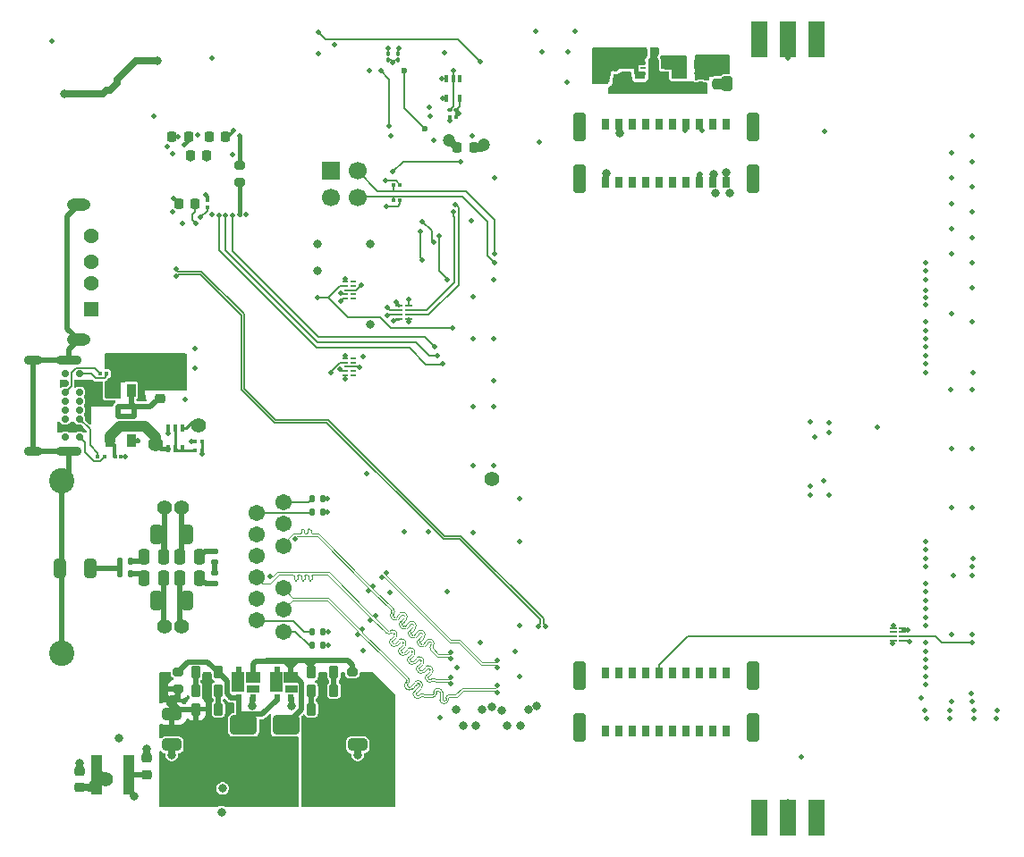
<source format=gbr>
%TF.GenerationSoftware,KiCad,Pcbnew,9.0.3*%
%TF.CreationDate,2025-08-25T11:29:22-05:00*%
%TF.ProjectId,controller,636f6e74-726f-46c6-9c65-722e6b696361,rev?*%
%TF.SameCoordinates,Original*%
%TF.FileFunction,Copper,L1,Top*%
%TF.FilePolarity,Positive*%
%FSLAX46Y46*%
G04 Gerber Fmt 4.6, Leading zero omitted, Abs format (unit mm)*
G04 Created by KiCad (PCBNEW 9.0.3) date 2025-08-25 11:29:22*
%MOMM*%
%LPD*%
G01*
G04 APERTURE LIST*
G04 Aperture macros list*
%AMRoundRect*
0 Rectangle with rounded corners*
0 $1 Rounding radius*
0 $2 $3 $4 $5 $6 $7 $8 $9 X,Y pos of 4 corners*
0 Add a 4 corners polygon primitive as box body*
4,1,4,$2,$3,$4,$5,$6,$7,$8,$9,$2,$3,0*
0 Add four circle primitives for the rounded corners*
1,1,$1+$1,$2,$3*
1,1,$1+$1,$4,$5*
1,1,$1+$1,$6,$7*
1,1,$1+$1,$8,$9*
0 Add four rect primitives between the rounded corners*
20,1,$1+$1,$2,$3,$4,$5,0*
20,1,$1+$1,$4,$5,$6,$7,0*
20,1,$1+$1,$6,$7,$8,$9,0*
20,1,$1+$1,$8,$9,$2,$3,0*%
G04 Aperture macros list end*
%TA.AperFunction,SMDPad,CuDef*%
%ADD10R,0.558800X0.203200*%
%TD*%
%TA.AperFunction,SMDPad,CuDef*%
%ADD11R,0.450000X0.200000*%
%TD*%
%TA.AperFunction,SMDPad,CuDef*%
%ADD12RoundRect,0.100000X0.100000X-0.130000X0.100000X0.130000X-0.100000X0.130000X-0.100000X-0.130000X0*%
%TD*%
%TA.AperFunction,SMDPad,CuDef*%
%ADD13R,0.400000X0.650000*%
%TD*%
%TA.AperFunction,SMDPad,CuDef*%
%ADD14RoundRect,0.100000X0.130000X0.100000X-0.130000X0.100000X-0.130000X-0.100000X0.130000X-0.100000X0*%
%TD*%
%TA.AperFunction,SMDPad,CuDef*%
%ADD15R,0.320000X0.360000*%
%TD*%
%TA.AperFunction,SMDPad,CuDef*%
%ADD16RoundRect,0.225000X-0.250000X0.225000X-0.250000X-0.225000X0.250000X-0.225000X0.250000X0.225000X0*%
%TD*%
%TA.AperFunction,SMDPad,CuDef*%
%ADD17RoundRect,0.250000X0.325000X0.650000X-0.325000X0.650000X-0.325000X-0.650000X0.325000X-0.650000X0*%
%TD*%
%TA.AperFunction,SMDPad,CuDef*%
%ADD18RoundRect,0.218750X-0.218750X-0.256250X0.218750X-0.256250X0.218750X0.256250X-0.218750X0.256250X0*%
%TD*%
%TA.AperFunction,SMDPad,CuDef*%
%ADD19RoundRect,0.140000X-0.140000X-0.170000X0.140000X-0.170000X0.140000X0.170000X-0.140000X0.170000X0*%
%TD*%
%TA.AperFunction,SMDPad,CuDef*%
%ADD20RoundRect,0.250000X-0.250000X-0.475000X0.250000X-0.475000X0.250000X0.475000X-0.250000X0.475000X0*%
%TD*%
%TA.AperFunction,SMDPad,CuDef*%
%ADD21RoundRect,0.225000X0.225000X0.250000X-0.225000X0.250000X-0.225000X-0.250000X0.225000X-0.250000X0*%
%TD*%
%TA.AperFunction,SMDPad,CuDef*%
%ADD22RoundRect,0.100000X0.100000X-0.105500X0.100000X0.105500X-0.100000X0.105500X-0.100000X-0.105500X0*%
%TD*%
%TA.AperFunction,SMDPad,CuDef*%
%ADD23RoundRect,0.218750X0.218750X0.381250X-0.218750X0.381250X-0.218750X-0.381250X0.218750X-0.381250X0*%
%TD*%
%TA.AperFunction,SMDPad,CuDef*%
%ADD24RoundRect,0.218750X-0.218750X-0.381250X0.218750X-0.381250X0.218750X0.381250X-0.218750X0.381250X0*%
%TD*%
%TA.AperFunction,SMDPad,CuDef*%
%ADD25C,0.500000*%
%TD*%
%TA.AperFunction,SMDPad,CuDef*%
%ADD26RoundRect,0.225000X0.250000X-0.225000X0.250000X0.225000X-0.250000X0.225000X-0.250000X-0.225000X0*%
%TD*%
%TA.AperFunction,SMDPad,CuDef*%
%ADD27RoundRect,0.100000X-0.100000X0.225000X-0.100000X-0.225000X0.100000X-0.225000X0.100000X0.225000X0*%
%TD*%
%TA.AperFunction,SMDPad,CuDef*%
%ADD28RoundRect,0.100000X0.105500X0.100000X-0.105500X0.100000X-0.105500X-0.100000X0.105500X-0.100000X0*%
%TD*%
%TA.AperFunction,SMDPad,CuDef*%
%ADD29R,0.500000X0.500000*%
%TD*%
%TA.AperFunction,SMDPad,CuDef*%
%ADD30R,1.375000X1.015000*%
%TD*%
%TA.AperFunction,SMDPad,CuDef*%
%ADD31R,1.225000X1.980000*%
%TD*%
%TA.AperFunction,SMDPad,CuDef*%
%ADD32R,0.500000X0.650000*%
%TD*%
%TA.AperFunction,SMDPad,CuDef*%
%ADD33R,1.175000X0.715000*%
%TD*%
%TA.AperFunction,SMDPad,CuDef*%
%ADD34RoundRect,0.135000X0.135000X0.185000X-0.135000X0.185000X-0.135000X-0.185000X0.135000X-0.185000X0*%
%TD*%
%TA.AperFunction,SMDPad,CuDef*%
%ADD35RoundRect,0.200000X0.275000X-0.200000X0.275000X0.200000X-0.275000X0.200000X-0.275000X-0.200000X0*%
%TD*%
%TA.AperFunction,SMDPad,CuDef*%
%ADD36R,0.700000X0.200000*%
%TD*%
%TA.AperFunction,SMDPad,CuDef*%
%ADD37R,1.500000X3.500000*%
%TD*%
%TA.AperFunction,SMDPad,CuDef*%
%ADD38RoundRect,0.100000X-0.105500X-0.100000X0.105500X-0.100000X0.105500X0.100000X-0.105500X0.100000X0*%
%TD*%
%TA.AperFunction,SMDPad,CuDef*%
%ADD39RoundRect,0.250000X-0.475000X0.250000X-0.475000X-0.250000X0.475000X-0.250000X0.475000X0.250000X0*%
%TD*%
%TA.AperFunction,SMDPad,CuDef*%
%ADD40RoundRect,0.250000X0.250000X0.475000X-0.250000X0.475000X-0.250000X-0.475000X0.250000X-0.475000X0*%
%TD*%
%TA.AperFunction,SMDPad,CuDef*%
%ADD41RoundRect,0.135000X-0.185000X0.135000X-0.185000X-0.135000X0.185000X-0.135000X0.185000X0.135000X0*%
%TD*%
%TA.AperFunction,SMDPad,CuDef*%
%ADD42R,0.800000X1.100000*%
%TD*%
%TA.AperFunction,SMDPad,CuDef*%
%ADD43RoundRect,0.250000X-0.350000X-1.100000X0.350000X-1.100000X0.350000X1.100000X-0.350000X1.100000X0*%
%TD*%
%TA.AperFunction,SMDPad,CuDef*%
%ADD44R,1.100000X3.700000*%
%TD*%
%TA.AperFunction,SMDPad,CuDef*%
%ADD45RoundRect,0.200000X-0.275000X0.200000X-0.275000X-0.200000X0.275000X-0.200000X0.275000X0.200000X0*%
%TD*%
%TA.AperFunction,SMDPad,CuDef*%
%ADD46RoundRect,0.250000X-1.000000X-0.650000X1.000000X-0.650000X1.000000X0.650000X-1.000000X0.650000X0*%
%TD*%
%TA.AperFunction,SMDPad,CuDef*%
%ADD47R,0.939800X1.244600*%
%TD*%
%TA.AperFunction,SMDPad,CuDef*%
%ADD48R,0.360000X0.320000*%
%TD*%
%TA.AperFunction,SMDPad,CuDef*%
%ADD49RoundRect,0.250000X-0.650000X0.325000X-0.650000X-0.325000X0.650000X-0.325000X0.650000X0.325000X0*%
%TD*%
%TA.AperFunction,SMDPad,CuDef*%
%ADD50RoundRect,0.040000X-0.140000X-0.120000X0.140000X-0.120000X0.140000X0.120000X-0.140000X0.120000X0*%
%TD*%
%TA.AperFunction,SMDPad,CuDef*%
%ADD51RoundRect,0.135000X0.185000X-0.135000X0.185000X0.135000X-0.185000X0.135000X-0.185000X-0.135000X0*%
%TD*%
%TA.AperFunction,SMDPad,CuDef*%
%ADD52RoundRect,0.225000X-0.225000X-0.250000X0.225000X-0.250000X0.225000X0.250000X-0.225000X0.250000X0*%
%TD*%
%TA.AperFunction,SMDPad,CuDef*%
%ADD53RoundRect,0.250000X-0.325000X-0.650000X0.325000X-0.650000X0.325000X0.650000X-0.325000X0.650000X0*%
%TD*%
%TA.AperFunction,SMDPad,CuDef*%
%ADD54R,0.609600X0.254000*%
%TD*%
%TA.AperFunction,SMDPad,CuDef*%
%ADD55R,1.016000X1.549400*%
%TD*%
%TA.AperFunction,ComponentPad*%
%ADD56C,1.545000*%
%TD*%
%TA.AperFunction,ComponentPad*%
%ADD57C,1.400000*%
%TD*%
%TA.AperFunction,ComponentPad*%
%ADD58C,2.400000*%
%TD*%
%TA.AperFunction,ComponentPad*%
%ADD59R,1.428000X1.428000*%
%TD*%
%TA.AperFunction,ComponentPad*%
%ADD60C,1.428000*%
%TD*%
%TA.AperFunction,ComponentPad*%
%ADD61O,2.216000X1.108000*%
%TD*%
%TA.AperFunction,ComponentPad*%
%ADD62R,1.700000X1.700000*%
%TD*%
%TA.AperFunction,ComponentPad*%
%ADD63C,1.700000*%
%TD*%
%TA.AperFunction,ComponentPad*%
%ADD64C,0.700000*%
%TD*%
%TA.AperFunction,ComponentPad*%
%ADD65O,1.700000X0.900000*%
%TD*%
%TA.AperFunction,ComponentPad*%
%ADD66O,2.400000X0.900000*%
%TD*%
%TA.AperFunction,ViaPad*%
%ADD67C,0.800000*%
%TD*%
%TA.AperFunction,ViaPad*%
%ADD68C,0.500000*%
%TD*%
%TA.AperFunction,ViaPad*%
%ADD69C,1.400000*%
%TD*%
%TA.AperFunction,ViaPad*%
%ADD70C,0.600000*%
%TD*%
%TA.AperFunction,ViaPad*%
%ADD71C,1.200000*%
%TD*%
%TA.AperFunction,Conductor*%
%ADD72C,0.300000*%
%TD*%
%TA.AperFunction,Conductor*%
%ADD73C,0.450000*%
%TD*%
%TA.AperFunction,Conductor*%
%ADD74C,0.200000*%
%TD*%
%TA.AperFunction,Conductor*%
%ADD75C,1.000000*%
%TD*%
%TA.AperFunction,Conductor*%
%ADD76C,0.150000*%
%TD*%
%TA.AperFunction,Conductor*%
%ADD77C,0.218186*%
%TD*%
%TA.AperFunction,Conductor*%
%ADD78C,0.156500*%
%TD*%
%TA.AperFunction,Conductor*%
%ADD79C,0.800000*%
%TD*%
%TA.AperFunction,Conductor*%
%ADD80C,0.700000*%
%TD*%
%TA.AperFunction,Conductor*%
%ADD81C,0.500000*%
%TD*%
%TA.AperFunction,Conductor*%
%ADD82C,0.400000*%
%TD*%
%TA.AperFunction,Conductor*%
%ADD83C,0.110000*%
%TD*%
%TA.AperFunction,Conductor*%
%ADD84C,0.136400*%
%TD*%
%TA.AperFunction,Conductor*%
%ADD85C,0.250000*%
%TD*%
G04 APERTURE END LIST*
D10*
%TO.P,U4,1*%
%TO.N,/SOM/FPGA_DONE*%
X-5385000Y33800001D03*
%TO.P,U4,2*%
%TO.N,/SOM/JTAG_TCK*%
X-5385000Y33399999D03*
D11*
%TO.P,U4,3*%
%TO.N,GND*%
X-5260000Y33000000D03*
D10*
%TO.P,U4,4*%
%TO.N,/SOM/EXT_RST_IN*%
X-5385000Y32600001D03*
%TO.P,U4,5*%
%TO.N,/SOM/JTAG_TDO*%
X-5385000Y32199999D03*
%TO.P,U4,6,NC*%
%TO.N,unconnected-(U4-NC-Pad6)*%
X-4615000Y32199999D03*
%TO.P,U4,7,INTERNALLY*%
%TO.N,unconnected-(U4-INTERNALLY-Pad7)*%
X-4615000Y32600001D03*
D11*
%TO.P,U4,8*%
%TO.N,GND*%
X-4740000Y33000000D03*
D10*
%TO.P,U4,9,NC*%
%TO.N,unconnected-(U4-NC-Pad9)*%
X-4615000Y33399999D03*
%TO.P,U4,10,INTERNALLY*%
%TO.N,unconnected-(U4-INTERNALLY-Pad10)*%
X-4615000Y33800001D03*
%TD*%
%TO.P,U3,1*%
%TO.N,/SOM/JTAG_TDI*%
X-5385000Y26530000D03*
%TO.P,U3,2*%
%TO.N,/SOM/JTAG_TMS*%
X-5385000Y26129998D03*
D11*
%TO.P,U3,3*%
%TO.N,GND*%
X-5260000Y25729999D03*
D10*
%TO.P,U3,4*%
%TO.N,/SOM/UART_TX_3V3*%
X-5385000Y25330000D03*
%TO.P,U3,5*%
%TO.N,/SOM/UART_RX_3V3*%
X-5385000Y24929998D03*
%TO.P,U3,6,NC*%
%TO.N,unconnected-(U3-NC-Pad6)*%
X-4615000Y24929998D03*
%TO.P,U3,7,INTERNALLY*%
%TO.N,unconnected-(U3-INTERNALLY-Pad7)*%
X-4615000Y25330000D03*
D11*
%TO.P,U3,8*%
%TO.N,GND*%
X-4740000Y25729999D03*
D10*
%TO.P,U3,9,NC*%
%TO.N,unconnected-(U3-NC-Pad9)*%
X-4615000Y26129998D03*
%TO.P,U3,10,INTERNALLY*%
%TO.N,unconnected-(U3-INTERNALLY-Pad10)*%
X-4615000Y26530000D03*
%TD*%
D12*
%TO.P,C1,1*%
%TO.N,+3V3*%
X-350000Y54800000D03*
%TO.P,C1,2*%
%TO.N,GND*%
X-350000Y55440000D03*
%TD*%
D13*
%TO.P,U2,1*%
%TO.N,N/C*%
X5480000Y53050000D03*
%TO.P,U2,2*%
%TO.N,Net-(J3-DET)*%
X4830000Y53049999D03*
%TO.P,U2,3,GND*%
%TO.N,GND*%
X4180000Y53050000D03*
%TO.P,U2,4*%
%TO.N,/SD/SD_CD*%
X4180000Y51150000D03*
%TO.P,U2,5,VCC*%
%TO.N,+1V8*%
X5480000Y51150000D03*
%TD*%
D14*
%TO.P,R2,1*%
%TO.N,+1V8*%
X5150000Y50070000D03*
%TO.P,R2,2*%
%TO.N,Net-(J3-DET)*%
X4510000Y50070000D03*
%TD*%
D15*
%TO.P,C13,1*%
%TO.N,+5V*%
X20200000Y53880000D03*
%TO.P,C13,2*%
%TO.N,GND*%
X20200000Y53320000D03*
%TD*%
D16*
%TO.P,C31,1*%
%TO.N,/PSU/VBUS_TVS*%
X-22900000Y24265000D03*
%TO.P,C31,2*%
%TO.N,GNDPWR*%
X-22900000Y22715000D03*
%TD*%
D17*
%TO.P,C10,1*%
%TO.N,Net-(C10-Pad1)*%
X-29474999Y6662500D03*
%TO.P,C10,2*%
%TO.N,Earth_Clean*%
X-32425001Y6662500D03*
%TD*%
D18*
%TO.P,FB2,1*%
%TO.N,/Sensors/3V3_LDO*%
X26475000Y54374999D03*
%TO.P,FB2,2*%
%TO.N,3V3_MIC*%
X28050000Y54374999D03*
%TD*%
D19*
%TO.P,C14,1*%
%TO.N,Net-(J4-TRCT3)*%
X-8480000Y11940001D03*
%TO.P,C14,2*%
%TO.N,GND*%
X-7520000Y11939999D03*
%TD*%
D20*
%TO.P,C11,1*%
%TO.N,/Ethernet/POE_PR12*%
X-21039999Y7740000D03*
%TO.P,C11,2*%
%TO.N,Net-(C11-Pad2)*%
X-19140001Y7740000D03*
%TD*%
D12*
%TO.P,C33,1*%
%TO.N,+3V3*%
X-1290000Y54800000D03*
%TO.P,C33,2*%
%TO.N,GND*%
X-1290000Y55440000D03*
%TD*%
D19*
%TO.P,C34,1*%
%TO.N,Net-(J4-TRCT4)*%
X-8480000Y13240001D03*
%TO.P,C34,2*%
%TO.N,GND*%
X-7520000Y13239999D03*
%TD*%
D18*
%TO.P,FB4,1*%
%TO.N,+1V8*%
X5212500Y46500000D03*
%TO.P,FB4,2*%
%TO.N,VDDIO_501_PS*%
X6787500Y46500000D03*
%TD*%
D21*
%TO.P,C27,1*%
%TO.N,Net-(U10-CAPM)*%
X-18505000Y45750000D03*
%TO.P,C27,2*%
%TO.N,Net-(U10-CAPP)*%
X-20055000Y45750000D03*
%TD*%
D15*
%TO.P,C15,1*%
%TO.N,/Sensors/3V3_LDO*%
X26300000Y53180000D03*
%TO.P,C15,2*%
%TO.N,GND*%
X26300000Y52620000D03*
%TD*%
D22*
%TO.P,R6,1*%
%TO.N,+3V3*%
X-18460000Y40850000D03*
%TO.P,R6,2*%
%TO.N,Net-(U10-XSMT)*%
X-18460000Y41490000D03*
%TD*%
D23*
%TO.P,L5,1*%
%TO.N,Net-(L4-Pad2)*%
X-17400000Y-6700001D03*
%TO.P,L5,2*%
%TO.N,/PSU/PoE_VIN+*%
X-19525000Y-6700001D03*
%TD*%
D24*
%TO.P,L8,1*%
%TO.N,Net-(L7-Pad2)*%
X-8587500Y-6700001D03*
%TO.P,L8,2*%
%TO.N,/PSU/PoE_VIN-*%
X-6462500Y-6700001D03*
%TD*%
D25*
%TO.P,FID1,*%
%TO.N,*%
X37820000Y-11230000D03*
%TD*%
D20*
%TO.P,C9,1*%
%TO.N,/Ethernet/POE_PR36*%
X-21039999Y5740000D03*
%TO.P,C9,2*%
%TO.N,Net-(C9-Pad2)*%
X-19140001Y5740000D03*
%TD*%
D25*
%TO.P,FID9,*%
%TO.N,*%
X45000000Y20000000D03*
%TD*%
D26*
%TO.P,C21,1*%
%TO.N,/PSU/PoE_VDC+*%
X-24160000Y-12885000D03*
%TO.P,C21,2*%
%TO.N,GND*%
X-24160000Y-11335000D03*
%TD*%
D27*
%TO.P,Q2,1*%
%TO.N,VCCIN*%
X-20820000Y19890000D03*
%TO.P,Q2,2*%
%TO.N,Net-(Q2-Pad2)*%
X-21470000Y19889999D03*
%TO.P,Q2,3*%
%TO.N,Net-(Q1-G)*%
X-22120000Y19890000D03*
%TO.P,Q2,4*%
%TO.N,+5V*%
X-22120000Y17990000D03*
%TO.P,Q2,5*%
%TO.N,Net-(Q2-Pad2)*%
X-21470000Y17990001D03*
%TO.P,Q2,6*%
X-20820000Y17990000D03*
%TD*%
D28*
%TO.P,R18,1*%
%TO.N,GND*%
X-180000Y41500000D03*
%TO.P,R18,2*%
%TO.N,/SOM/S_JTAG_H*%
X-820000Y41500000D03*
%TD*%
D25*
%TO.P,FID2,*%
%TO.N,*%
X40000000Y48000000D03*
%TD*%
D26*
%TO.P,C28,1*%
%TO.N,VCCIN*%
X-30530000Y-14135000D03*
%TO.P,C28,2*%
%TO.N,GND*%
X-30530000Y-12585000D03*
%TD*%
D24*
%TO.P,L6,1*%
%TO.N,Net-(D1-A2)*%
X-8587500Y-3200000D03*
%TO.P,L6,2*%
%TO.N,Net-(L6-Pad2)*%
X-6462500Y-3200000D03*
%TD*%
D28*
%TO.P,R4,1*%
%TO.N,GND*%
X-180000Y43000000D03*
%TO.P,R4,2*%
%TO.N,/SOM/SD_BOOT_CONF_H*%
X-820000Y43000000D03*
%TD*%
D29*
%TO.P,D3,1*%
%TO.N,Net-(D1-A2)*%
X-10525000Y-2900001D03*
D30*
X-10525000Y-3657501D03*
D29*
%TO.P,D3,2,+*%
%TO.N,/Ethernet/POE_PR36*%
X-11825000Y-2900001D03*
D31*
X-11937500Y-4140001D03*
D32*
%TO.P,D3,3*%
%TO.N,Net-(D1-A1)*%
X-11825000Y-5625001D03*
%TO.P,D3,4,-*%
%TO.N,/Ethernet/POE_PR12*%
X-10525000Y-5625001D03*
D33*
%TO.P,D3,DNC*%
%TO.N,N/C*%
X-10487500Y-4772501D03*
%TD*%
D34*
%TO.P,R13,1*%
%TO.N,Net-(C7-Pad2)*%
X-25730001Y6110000D03*
%TO.P,R13,2*%
%TO.N,Net-(C10-Pad1)*%
X-26749999Y6110000D03*
%TD*%
D24*
%TO.P,L4,1*%
%TO.N,Net-(L3-Pad2)*%
X-19525000Y-4950000D03*
%TO.P,L4,2*%
%TO.N,Net-(L4-Pad2)*%
X-17400000Y-4950000D03*
%TD*%
D35*
%TO.P,R1,1*%
%TO.N,GND*%
X-15400000Y43190000D03*
%TO.P,R1,2*%
%TO.N,GNDA*%
X-15400000Y44840000D03*
%TD*%
D36*
%TO.P,U5,1,VCCA*%
%TO.N,+1V8*%
X620000Y30290000D03*
%TO.P,U5,2,A1*%
%TO.N,/SOM/UART_RX*%
X620000Y30690001D03*
%TO.P,U5,3,A2*%
%TO.N,/SOM/UART_TX*%
X620000Y31089999D03*
%TO.P,U5,4,GND*%
%TO.N,GND*%
X620000Y31490000D03*
%TO.P,U5,5,OE*%
%TO.N,+1V8*%
X-280000Y31490000D03*
%TO.P,U5,6,B2*%
%TO.N,/SOM/UART_TX_3V3*%
X-280000Y31089999D03*
%TO.P,U5,7,B1*%
%TO.N,/SOM/UART_RX_3V3*%
X-280000Y30690001D03*
%TO.P,U5,8,VCCB*%
%TO.N,+3V3*%
X-280000Y30290000D03*
%TD*%
D37*
%TO.P,J8,1,In*%
%TO.N,/SOM/SYNC_OUT_5V*%
X36500000Y56777500D03*
%TO.P,J8,2,Ext*%
%TO.N,GND*%
X39200000Y56777500D03*
X33800000Y56777500D03*
%TD*%
D38*
%TO.P,R10,1*%
%TO.N,Net-(Q2-Pad2)*%
X-19590000Y17830000D03*
%TO.P,R10,2*%
%TO.N,GND*%
X-18950000Y17830000D03*
%TD*%
D25*
%TO.P,FID8,*%
%TO.N,*%
X13000000Y47000000D03*
%TD*%
D19*
%TO.P,C5,1*%
%TO.N,Net-(J4-TRCT1)*%
X-8480000Y-669999D03*
%TO.P,C5,2*%
%TO.N,GND*%
X-7520000Y-670001D03*
%TD*%
D29*
%TO.P,D4,1*%
%TO.N,Net-(D1-A2)*%
X-14125000Y-2900001D03*
D30*
X-14125000Y-3657501D03*
D29*
%TO.P,D4,2,+*%
%TO.N,/Ethernet/POE_PR78*%
X-15425000Y-2900001D03*
D31*
X-15537500Y-4140001D03*
D32*
%TO.P,D4,3*%
%TO.N,Net-(D1-A1)*%
X-15425000Y-5625001D03*
%TO.P,D4,4,-*%
%TO.N,/Ethernet/POE_PR45*%
X-14125000Y-5625001D03*
D33*
%TO.P,D4,DNC*%
%TO.N,N/C*%
X-14087500Y-4772501D03*
%TD*%
D37*
%TO.P,J6,1,In*%
%TO.N,/SOM/SYNC_IN_5V*%
X36500000Y-17027500D03*
%TO.P,J6,2,Ext*%
%TO.N,GND*%
X33800000Y-17027500D03*
X39200000Y-17027500D03*
%TD*%
D39*
%TO.P,C16,1*%
%TO.N,3V3_MIC*%
X30100000Y54449999D03*
%TO.P,C16,2*%
%TO.N,GND*%
X30100000Y52550001D03*
%TD*%
D40*
%TO.P,C7,1*%
%TO.N,/Ethernet/POE_PR78*%
X-22540001Y5740000D03*
%TO.P,C7,2*%
%TO.N,Net-(C7-Pad2)*%
X-24439999Y5740000D03*
%TD*%
D41*
%TO.P,R33,1*%
%TO.N,Net-(C11-Pad2)*%
X-17780000Y8219999D03*
%TO.P,R33,2*%
%TO.N,Net-(C10-Pad1)*%
X-17780000Y7200001D03*
%TD*%
D34*
%TO.P,R31,1*%
%TO.N,Net-(C8-Pad2)*%
X-25730001Y7320000D03*
%TO.P,R31,2*%
%TO.N,Net-(C10-Pad1)*%
X-26749999Y7320000D03*
%TD*%
D42*
%TO.P,JM2,A1,A1*%
%TO.N,/SOM/MCLK2*%
X19285000Y-8750000D03*
%TO.P,JM2,A2,A2*%
%TO.N,/SOM/MCLK1*%
X20555000Y-8750000D03*
%TO.P,JM2,A3,A3*%
%TO.N,GND*%
X21825000Y-8750000D03*
%TO.P,JM2,A4,A4*%
%TO.N,/SOM/D16*%
X23095000Y-8750000D03*
%TO.P,JM2,A5,A5*%
%TO.N,/SOM/D32*%
X24365000Y-8750000D03*
%TO.P,JM2,A6,A6*%
%TO.N,/SOM/D54*%
X25635000Y-8750000D03*
%TO.P,JM2,A7,A7*%
%TO.N,/SOM/D56*%
X26905000Y-8750000D03*
%TO.P,JM2,A8,A8*%
%TO.N,/SOM/D34*%
X28175000Y-8750000D03*
%TO.P,JM2,A9,A9*%
%TO.N,/SOM/D58*%
X29445000Y-8750000D03*
%TO.P,JM2,A10,A10*%
%TO.N,/SOM/D36*%
X30715000Y-8750000D03*
%TO.P,JM2,B1,B1*%
%TO.N,/SOM/D52*%
X19285000Y-3250000D03*
%TO.P,JM2,B2,B2*%
%TO.N,/SOM/D30*%
X20555000Y-3250000D03*
%TO.P,JM2,B3,B3*%
%TO.N,/SOM/D14*%
X21825000Y-3250000D03*
%TO.P,JM2,B4,B4*%
%TO.N,/SOM/D4*%
X23095000Y-3250000D03*
%TO.P,JM2,B5,B5*%
%TO.N,/SOM/LED_CTRL*%
X24365000Y-3250000D03*
%TO.P,JM2,B6,B6*%
%TO.N,/SOM/D0*%
X25635000Y-3250000D03*
%TO.P,JM2,B7,B7*%
%TO.N,/SOM/D6*%
X26905000Y-3250000D03*
%TO.P,JM2,B8,B8*%
%TO.N,/SOM/D20*%
X28175000Y-3250000D03*
%TO.P,JM2,B9,B9*%
%TO.N,/SOM/D18*%
X29445000Y-3250000D03*
%TO.P,JM2,B10,B10*%
%TO.N,/SOM/D38*%
X30715000Y-3250000D03*
D43*
%TO.P,JM2,MP1,MP1*%
%TO.N,GND*%
X16790000Y-8450000D03*
%TO.P,JM2,MP2,MP2*%
X16790000Y-3550000D03*
%TO.P,JM2,MP3,MP3*%
X33210000Y-8450000D03*
%TO.P,JM2,MP4,MP4*%
X33210000Y-3550000D03*
%TD*%
D44*
%TO.P,L2,1*%
%TO.N,/PSU/PoE_VDC+*%
X-25910000Y-12910000D03*
%TO.P,L2,2*%
%TO.N,VCCIN*%
X-28910000Y-12910000D03*
%TD*%
D23*
%TO.P,L7,1*%
%TO.N,Net-(L6-Pad2)*%
X-6462500Y-4950000D03*
%TO.P,L7,2*%
%TO.N,Net-(L7-Pad2)*%
X-8587500Y-4950000D03*
%TD*%
D16*
%TO.P,C12,1*%
%TO.N,+5V*%
X21300000Y54475000D03*
%TO.P,C12,2*%
%TO.N,GND*%
X21300000Y52925000D03*
%TD*%
D45*
%TO.P,R8,1*%
%TO.N,Net-(D1-A2)*%
X-4725000Y-3175000D03*
%TO.P,R8,2*%
%TO.N,/PSU/PoE_VIN-*%
X-4725000Y-4825000D03*
%TD*%
D38*
%TO.P,R17,1*%
%TO.N,Net-(J2-CC1)*%
X-28837500Y17252499D03*
%TO.P,R17,2*%
%TO.N,GNDPWR*%
X-28197500Y17252499D03*
%TD*%
D46*
%TO.P,D1,1,A1*%
%TO.N,Net-(D1-A1)*%
X-15000001Y-8200000D03*
%TO.P,D1,2,A2*%
%TO.N,Net-(D1-A2)*%
X-10999999Y-8200000D03*
%TD*%
D47*
%TO.P,FL1,1,1*%
%TO.N,GNDPWR*%
X-25652500Y23502499D03*
%TO.P,FL1,2,2*%
%TO.N,/PSU/VBUS_TVS*%
X-27652502Y23502499D03*
%TO.P,FL1,3,3*%
%TO.N,+5V*%
X-27652502Y18752493D03*
%TO.P,FL1,4,4*%
%TO.N,GND*%
X-25652500Y18752493D03*
%TD*%
D45*
%TO.P,R7,1*%
%TO.N,Net-(D1-A1)*%
X-21200000Y-3175000D03*
%TO.P,R7,2*%
%TO.N,/PSU/PoE_VIN+*%
X-21200000Y-4825000D03*
%TD*%
D48*
%TO.P,C3,1*%
%TO.N,+1V8*%
X5120000Y49360000D03*
%TO.P,C3,2*%
%TO.N,GND*%
X4560000Y49360000D03*
%TD*%
D49*
%TO.P,C29,1*%
%TO.N,/PSU/PoE_VIN+*%
X-21800000Y-7124999D03*
%TO.P,C29,2*%
%TO.N,GND*%
X-21800000Y-10075001D03*
%TD*%
D40*
%TO.P,C8,1*%
%TO.N,/Ethernet/POE_PR45*%
X-22540001Y7740000D03*
%TO.P,C8,2*%
%TO.N,Net-(C8-Pad2)*%
X-24439999Y7740000D03*
%TD*%
D38*
%TO.P,R9,1*%
%TO.N,Net-(Q1-G)*%
X-19590000Y18670000D03*
%TO.P,R9,2*%
%TO.N,GND*%
X-18950000Y18670000D03*
%TD*%
D50*
%TO.P,C36,1*%
%TO.N,+5V*%
X-27182500Y17252499D03*
%TO.P,C36,2*%
%TO.N,GND*%
X-26622500Y17252499D03*
%TD*%
D42*
%TO.P,JM1,A1,A1*%
%TO.N,GND*%
X19285000Y43250000D03*
%TO.P,JM1,A2,A2*%
%TO.N,/SOM/D10*%
X20555000Y43250000D03*
%TO.P,JM1,A3,A3*%
%TO.N,/SOM/D50*%
X21825000Y43250000D03*
%TO.P,JM1,A4,A4*%
%TO.N,/SOM/D28*%
X23095000Y43250000D03*
%TO.P,JM1,A5,A5*%
%TO.N,/SOM/D12*%
X24365000Y43250000D03*
%TO.P,JM1,A6,A6*%
%TO.N,/SOM/D2*%
X25635000Y43250000D03*
%TO.P,JM1,A7,A7*%
%TO.N,/SOM/D8*%
X26905000Y43250000D03*
%TO.P,JM1,A8,A8*%
%TO.N,GND*%
X28175000Y43250000D03*
%TO.P,JM1,A9,A9*%
%TO.N,+5V*%
X29445000Y43250000D03*
%TO.P,JM1,A10,A10*%
%TO.N,3V3_MIC*%
X30715000Y43250000D03*
%TO.P,JM1,B1,B1*%
%TO.N,/SOM/MCLK0*%
X19285000Y48750000D03*
%TO.P,JM1,B2,B2*%
%TO.N,GND*%
X20555000Y48750000D03*
%TO.P,JM1,B3,B3*%
%TO.N,/SOM/D48*%
X21825000Y48750000D03*
%TO.P,JM1,B4,B4*%
%TO.N,/SOM/D26*%
X23095000Y48750000D03*
%TO.P,JM1,B5,B5*%
%TO.N,/SOM/D46*%
X24365000Y48750000D03*
%TO.P,JM1,B6,B6*%
%TO.N,/SOM/D24*%
X25635000Y48750000D03*
%TO.P,JM1,B7,B7*%
%TO.N,/SOM/D44*%
X26905000Y48750000D03*
%TO.P,JM1,B8,B8*%
%TO.N,/SOM/D22*%
X28175000Y48750000D03*
%TO.P,JM1,B9,B9*%
%TO.N,/SOM/D42*%
X29445000Y48750000D03*
%TO.P,JM1,B10,B10*%
%TO.N,/SOM/D40*%
X30715000Y48750000D03*
D43*
%TO.P,JM1,MP1,MP1*%
%TO.N,GND*%
X16790000Y43550000D03*
%TO.P,JM1,MP2,MP2*%
X16790000Y48450000D03*
%TO.P,JM1,MP3,MP3*%
X33210000Y43550000D03*
%TO.P,JM1,MP4,MP4*%
X33210000Y48450000D03*
%TD*%
D51*
%TO.P,R32,1*%
%TO.N,Net-(C9-Pad2)*%
X-17780000Y5200001D03*
%TO.P,R32,2*%
%TO.N,Net-(C10-Pad1)*%
X-17780000Y6219999D03*
%TD*%
D49*
%TO.P,C30,1*%
%TO.N,/PSU/PoE_VIN-*%
X-4200000Y-7124999D03*
%TO.P,C30,2*%
%TO.N,GND*%
X-4200000Y-10075001D03*
%TD*%
D52*
%TO.P,C37,1*%
%TO.N,Net-(U10-VNEG)*%
X-18275000Y47500000D03*
%TO.P,C37,2*%
%TO.N,GNDA*%
X-16725000Y47500000D03*
%TD*%
D53*
%TO.P,C43,1*%
%TO.N,/Ethernet/POE_PR45*%
X-23275000Y9880000D03*
%TO.P,C43,2*%
%TO.N,/Ethernet/POE_PR12*%
X-20325000Y9880000D03*
%TD*%
D54*
%TO.P,U7,1,GND*%
%TO.N,GND*%
X24800000Y53574748D03*
%TO.P,U7,2,ADJ/sense*%
%TO.N,/Sensors/3V3_LDO*%
X24800000Y54074874D03*
%TO.P,U7,3,VOUT*%
X24800000Y54575000D03*
%TO.P,U7,4,VIN*%
%TO.N,+5V*%
X22793400Y54575000D03*
%TO.P,U7,5,NC*%
%TO.N,unconnected-(U7-NC-Pad5)*%
X22793400Y54074874D03*
%TO.P,U7,6,EN*%
%TO.N,+5V*%
X22793400Y53574748D03*
D55*
%TO.P,U7,7,EPAD*%
%TO.N,GND*%
X23796700Y54074874D03*
%TD*%
D23*
%TO.P,L3,1*%
%TO.N,Net-(D1-A1)*%
X-17400000Y-3200000D03*
%TO.P,L3,2*%
%TO.N,Net-(L3-Pad2)*%
X-19525000Y-3200000D03*
%TD*%
D25*
%TO.P,FID5,*%
%TO.N,*%
X3600000Y-7500000D03*
%TD*%
D53*
%TO.P,C44,1*%
%TO.N,/Ethernet/POE_PR78*%
X-23275001Y3590000D03*
%TO.P,C44,2*%
%TO.N,/Ethernet/POE_PR36*%
X-20324999Y3590000D03*
%TD*%
D38*
%TO.P,R11,1*%
%TO.N,Net-(J2-CC2)*%
X-28590000Y25090000D03*
%TO.P,R11,2*%
%TO.N,GNDPWR*%
X-27950000Y25090000D03*
%TD*%
D15*
%TO.P,C17,1*%
%TO.N,3V3_MIC*%
X28300000Y53160000D03*
%TO.P,C17,2*%
%TO.N,GND*%
X28300000Y52600000D03*
%TD*%
D36*
%TO.P,U11,1,VCCA*%
%TO.N,VDDIO_34_3V3*%
X47390000Y-210000D03*
%TO.P,U11,2,A1*%
%TO.N,/SOM/LED_DI*%
X47390000Y190001D03*
%TO.P,U11,3,A2*%
%TO.N,GND*%
X47390000Y589999D03*
%TO.P,U11,4,GND*%
X47390000Y990000D03*
%TO.P,U11,5,OE*%
%TO.N,VDDIO_34_3V3*%
X46490000Y990000D03*
%TO.P,U11,6,B2*%
%TO.N,unconnected-(U11-B2-Pad6)*%
X46490000Y589999D03*
%TO.P,U11,7,B1*%
%TO.N,/SOM/LED_CTRL*%
X46490000Y190001D03*
%TO.P,U11,8,VCCB*%
%TO.N,+5V*%
X46490000Y-210000D03*
%TD*%
D52*
%TO.P,C22,1*%
%TO.N,/DAC/LDOO*%
X-21165000Y41190000D03*
%TO.P,C22,2*%
%TO.N,GND*%
X-19615000Y41190000D03*
%TD*%
D19*
%TO.P,C6,1*%
%TO.N,Net-(J4-TRCT2)*%
X-8480000Y610001D03*
%TO.P,C6,2*%
%TO.N,GND*%
X-7520000Y609999D03*
%TD*%
D21*
%TO.P,C23,1*%
%TO.N,+3.3VA*%
X-20225000Y47500000D03*
%TO.P,C23,2*%
%TO.N,GNDA*%
X-21775000Y47500000D03*
%TD*%
D56*
%TO.P,J4,1,TRCT3*%
%TO.N,Net-(J4-TRCT3)*%
X-13800000Y11850000D03*
%TO.P,J4,2,TRD3-*%
%TO.N,/Ethernet/RGMII0_TRN2*%
X-13800000Y9820000D03*
%TO.P,J4,3,TRD3+*%
%TO.N,/Ethernet/RGMII0_TRP2*%
X-13800000Y7790000D03*
%TO.P,J4,4,TRD2+*%
%TO.N,/Ethernet/RGMII0_TRP1*%
X-13800000Y5760000D03*
%TO.P,J4,5,TRD2-*%
%TO.N,/Ethernet/RGMII0_TRN1*%
X-13800000Y3730000D03*
%TO.P,J4,6,TRCT2*%
%TO.N,Net-(J4-TRCT2)*%
X-13800000Y1700000D03*
%TO.P,J4,7,TRCT4*%
%TO.N,Net-(J4-TRCT4)*%
X-11260000Y12870000D03*
%TO.P,J4,8,TRD4+*%
%TO.N,/Ethernet/RGMII0_TRP3*%
X-11260000Y10830000D03*
%TO.P,J4,9,TRD4-*%
%TO.N,/Ethernet/RGMII0_TRN3*%
X-11260000Y8790000D03*
%TO.P,J4,10,TRD1-*%
%TO.N,/Ethernet/RGMII0_TRN0*%
X-11260000Y4740000D03*
%TO.P,J4,11,TRD1+*%
%TO.N,/Ethernet/RGMII0_TRP0*%
X-11260000Y2700000D03*
%TO.P,J4,12,TRCT1*%
%TO.N,Net-(J4-TRCT1)*%
X-11260000Y660000D03*
D57*
%TO.P,J4,13,VCC+_12*%
%TO.N,/Ethernet/POE_PR12*%
X-20910000Y12355000D03*
%TO.P,J4,14,VCC-_36*%
%TO.N,/Ethernet/POE_PR36*%
X-20910000Y1175000D03*
%TO.P,J4,15,VCC+_45*%
%TO.N,/Ethernet/POE_PR45*%
X-22460000Y12355000D03*
%TO.P,J4,16,VCC-_78*%
%TO.N,/Ethernet/POE_PR78*%
X-22460000Y1175000D03*
D58*
%TO.P,J4,S1,S1*%
%TO.N,Earth_Clean*%
X-32220000Y-1410000D03*
%TO.P,J4,S2,S2*%
X-32220000Y14940000D03*
%TD*%
D59*
%TO.P,J1,1,VCC*%
%TO.N,VDD_5V*%
X-29427500Y31170000D03*
D60*
%TO.P,J1,2,D-*%
%TO.N,/SOM/USB_D-*%
X-29427500Y33670000D03*
%TO.P,J1,3,D+*%
%TO.N,/SOM/USB_D+*%
X-29427500Y35670000D03*
%TO.P,J1,4,GND*%
%TO.N,GND*%
X-29427500Y38170000D03*
D61*
%TO.P,J1,S1,SHIELD*%
%TO.N,Earth_Clean*%
X-30627500Y28270000D03*
%TO.P,J1,S2,SHIELD__1*%
X-30627500Y41070000D03*
%TD*%
D62*
%TO.P,J9,1,Pin_1*%
%TO.N,+3V3*%
X-6775000Y44275000D03*
D63*
%TO.P,J9,2,Pin_2*%
X-6775000Y41735000D03*
%TO.P,J9,3,Pin_3*%
%TO.N,/SOM/SD_BOOT_CONF_H*%
X-4235000Y44275000D03*
%TO.P,J9,4,Pin_4*%
%TO.N,/SOM/S_JTAG_H*%
X-4235000Y41735000D03*
%TD*%
D64*
%TO.P,J2,A1,GND*%
%TO.N,GNDPWR*%
X-30542500Y19102499D03*
%TO.P,J2,A4,VBUS*%
%TO.N,/PSU/VBUS*%
X-30542500Y19952499D03*
%TO.P,J2,A5,CC1*%
%TO.N,Net-(J2-CC1)*%
X-30542500Y20802500D03*
%TO.P,J2,A6,D+*%
%TO.N,unconnected-(J2-D+-PadA6)*%
X-30542500Y21652499D03*
%TO.P,J2,A7,D-*%
%TO.N,unconnected-(J2-D--PadA7)*%
X-30542500Y22502499D03*
%TO.P,J2,A8,SBU1*%
%TO.N,unconnected-(J2-SBU1-PadA8)*%
X-30542500Y23352499D03*
%TO.P,J2,A9,VBUS*%
%TO.N,/PSU/VBUS*%
X-30542500Y24202500D03*
%TO.P,J2,A12,GND*%
%TO.N,GNDPWR*%
X-30542500Y25052499D03*
%TO.P,J2,B1,GND*%
X-31892500Y25052499D03*
%TO.P,J2,B4,VBUS*%
%TO.N,/PSU/VBUS*%
X-31892500Y24202499D03*
%TO.P,J2,B5,CC2*%
%TO.N,Net-(J2-CC2)*%
X-31892500Y23352499D03*
%TO.P,J2,B6,D+*%
%TO.N,unconnected-(J2-D+-PadB6)*%
X-31892500Y22502499D03*
%TO.P,J2,B7,D-*%
%TO.N,unconnected-(J2-D--PadB7)*%
X-31892500Y21652499D03*
%TO.P,J2,B8,SBU2*%
%TO.N,unconnected-(J2-SBU2-PadB8)*%
X-31892500Y20802499D03*
%TO.P,J2,B9,VBUS*%
%TO.N,/PSU/VBUS*%
X-31892500Y19952499D03*
%TO.P,J2,B12,GND*%
%TO.N,GNDPWR*%
X-31892500Y19102499D03*
D65*
%TO.P,J2,S1,SHIELD*%
%TO.N,Earth_Clean*%
X-34902500Y17752499D03*
D66*
X-31522500Y17752499D03*
D65*
X-34902500Y26402499D03*
D66*
X-31522500Y26402499D03*
%TD*%
D67*
%TO.N,+5V*%
X9430000Y-6820000D03*
D68*
X40400000Y20440000D03*
X49680000Y-7580000D03*
X49500000Y-6800000D03*
D67*
X11950000Y-6780000D03*
D68*
X20790000Y54260000D03*
X51830000Y-6810000D03*
X56270000Y-7620000D03*
D67*
X9970000Y-8240000D03*
D69*
X19000000Y53280000D03*
D68*
X38630000Y13540000D03*
D67*
X29460000Y44000000D03*
X5096483Y-6743517D03*
D69*
X-23310000Y18440000D03*
D68*
X56370000Y-6800000D03*
X46470000Y-490000D03*
D67*
X11240000Y-8250000D03*
X7563422Y-6762000D03*
D68*
X54110000Y-7620000D03*
D67*
X5820000Y-8260000D03*
D68*
X21800000Y55010000D03*
X21790000Y54260000D03*
X51830000Y-7580000D03*
X20800000Y55010000D03*
X54160000Y-6790000D03*
D67*
X6940000Y-8240000D03*
D68*
%TO.N,/SOM/D10*%
X49600000Y25200000D03*
X20555000Y43250000D03*
%TO.N,/SOM/D50*%
X21825000Y43250000D03*
X49600000Y26000000D03*
%TO.N,/SOM/D28*%
X49600000Y26800000D03*
X23095000Y43250000D03*
%TO.N,/SOM/D12*%
X49600000Y28400000D03*
X24365000Y43250000D03*
%TO.N,/SOM/D2*%
X49600000Y30000000D03*
X25635000Y43250000D03*
%TO.N,/SOM/D8*%
X49600000Y32249997D03*
X26905000Y43200000D03*
%TO.N,/SOM/D48*%
X49600000Y27600000D03*
X21825000Y48750000D03*
%TO.N,/SOM/D26*%
X49600000Y29200000D03*
X23095000Y48750000D03*
%TO.N,/SOM/D46*%
X49600000Y31600000D03*
X24365000Y48750000D03*
%TO.N,/SOM/D24*%
X25635000Y48750000D03*
X49600000Y33000000D03*
%TO.N,/SOM/D44*%
X26750000Y48140000D03*
X54000000Y33200000D03*
%TO.N,/SOM/D22*%
X49600000Y34000000D03*
X28380000Y48150000D03*
%TO.N,/SOM/D42*%
X49600000Y34800000D03*
X29445000Y48750000D03*
%TO.N,/SOM/D40*%
X30715000Y48750000D03*
X49600000Y35600000D03*
%TO.N,/SOM/D16*%
X23095000Y-8750000D03*
X49600000Y3600000D03*
%TO.N,/SOM/D32*%
X24365000Y-8750000D03*
X49600000Y2000000D03*
%TO.N,/SOM/D54*%
X49600000Y-400000D03*
X25635000Y-8665000D03*
D67*
%TO.N,+3V3*%
X-2974999Y37350000D03*
D68*
X230000Y10150000D03*
D69*
X8480000Y15120000D03*
D68*
X2620000Y49460000D03*
D67*
X-8025001Y37350000D03*
D68*
X-860000Y54580000D03*
X-800000Y30070000D03*
X-19080000Y39900000D03*
%TO.N,/SOM/MCLK0*%
X19285000Y48750000D03*
X54030000Y25180000D03*
%TO.N,/SOM/MCLK1*%
X49600000Y4400000D03*
X20555000Y-8750000D03*
%TO.N,/SD/CLK*%
X-1220000Y48570000D03*
X-1985000Y53755000D03*
D70*
%TO.N,/SD/CMD*%
X215000Y53755000D03*
X2140000Y48330000D03*
D68*
%TO.N,+1V8*%
X5350000Y49700000D03*
D71*
X4460000Y47210000D03*
D68*
X-560000Y31850000D03*
X630000Y30010000D03*
X-20790000Y39330000D03*
X3000000Y47200000D03*
%TO.N,GND*%
X7420000Y-380000D03*
X21810000Y-9040000D03*
X11100000Y1200000D03*
D67*
X-24150000Y-10490000D03*
X12762743Y-6366240D03*
D68*
X6700000Y16400000D03*
X8700000Y34000000D03*
X6660000Y47610000D03*
X54000000Y6800000D03*
X2506210Y10146210D03*
X-4010000Y25720000D03*
X52000000Y36400000D03*
X23796700Y53071574D03*
D67*
X-4190000Y-11030000D03*
D68*
X-7890000Y55420000D03*
X-25020000Y18730000D03*
D67*
X33800000Y-17027500D03*
D68*
X39080000Y19060000D03*
X-19550000Y39360000D03*
X-15390000Y40130000D03*
X-1470000Y40940000D03*
D67*
X8500000Y-6500000D03*
D68*
X54000000Y47600000D03*
X54000000Y12400000D03*
X52000000Y30800000D03*
X33210000Y43550000D03*
X6560000Y39610000D03*
D67*
X-17080000Y-16460000D03*
D68*
X52000000Y46000000D03*
X630000Y32080000D03*
X47860000Y780000D03*
D67*
X39200000Y57527500D03*
D68*
X11100000Y13200000D03*
D67*
X-30520000Y-11810000D03*
D68*
X39900000Y14920000D03*
X28300000Y52200000D03*
X33210000Y-8450000D03*
X-1560000Y43410000D03*
D67*
X-21810000Y-11020000D03*
D68*
X54000000Y-6000000D03*
X23796700Y54074872D03*
X-14760000Y40160000D03*
D67*
X20600000Y47900000D03*
D68*
X20200000Y52300000D03*
X54000000Y42800000D03*
X13275000Y55600000D03*
X54000000Y18000000D03*
X20180000Y52990000D03*
X54000000Y400000D03*
D67*
X-26760000Y-9490000D03*
D68*
X-7030000Y600000D03*
X15620000Y52730000D03*
X6700000Y22000000D03*
X-26200000Y17230000D03*
X54000000Y23600000D03*
X-6435000Y56235000D03*
X-1320000Y55930000D03*
X52000000Y38800000D03*
X4300000Y4400000D03*
D67*
X-8025000Y34810000D03*
X31040000Y42187998D03*
D68*
X28200000Y44000000D03*
X2550000Y50360000D03*
X52000000Y400000D03*
X-21740000Y40400000D03*
X-3840000Y33510000D03*
X23796700Y55078174D03*
X16790000Y43550000D03*
X6700000Y32400000D03*
X49600000Y6800000D03*
D67*
X39200000Y-17027500D03*
X-16990000Y-14210000D03*
D68*
X-3085000Y53755000D03*
X52000000Y41200000D03*
X-18930000Y17440000D03*
X54000000Y38000000D03*
X-1140000Y4310000D03*
X31000000Y52100000D03*
X54000000Y40400000D03*
X4530000Y49040000D03*
X-7030000Y-670000D03*
X5160000Y-2780000D03*
X52000000Y-6000000D03*
X8700000Y22000000D03*
X4040000Y55480000D03*
X21000000Y52300000D03*
X-7060000Y13230000D03*
X10700000Y-1200000D03*
X52000000Y12400000D03*
D67*
X-2975000Y29730000D03*
D68*
X21580000Y52290000D03*
X54000000Y30000000D03*
D67*
X33800000Y57527500D03*
D68*
X54000000Y45200000D03*
X8700000Y24400000D03*
X16790000Y48450000D03*
X33210000Y48450000D03*
X6700000Y28400000D03*
X52000000Y18000000D03*
X11100000Y-3600000D03*
X-3710000Y-1140000D03*
X31000000Y53000000D03*
X-7050000Y11930000D03*
X8700000Y28400000D03*
X16350000Y57550001D03*
X16790000Y-8450000D03*
X11100000Y9200000D03*
X52000000Y43600000D03*
X33210000Y-3550000D03*
X3800000Y53040000D03*
D67*
X29710000Y42187998D03*
D68*
X15725000Y55600000D03*
X54000000Y35600000D03*
X8730000Y43600000D03*
X-3360000Y15630000D03*
X26300000Y52200000D03*
X-18000000Y40160000D03*
X-1090804Y47630349D03*
X-340000Y55920000D03*
X16790000Y-3550000D03*
X6700000Y10000000D03*
D67*
X19300000Y44100000D03*
D68*
X8700000Y16400000D03*
X12650000Y57550001D03*
X51900000Y23600000D03*
%TO.N,/SD/SD_D0*%
X1940861Y35871601D03*
X1718432Y38518432D03*
%TO.N,/SD/SD_CMD*%
X4270000Y34000000D03*
X3525000Y38125000D03*
%TO.N,/SD/SD_D3*%
X2975000Y37575000D03*
X1935000Y39520000D03*
%TO.N,/SD/SD_CD*%
X3870000Y51150000D03*
D71*
%TO.N,VDDIO_501_PS*%
X7752157Y46800000D03*
D68*
%TO.N,/SOM/JTAG_TMS*%
X-6710000Y25190000D03*
%TO.N,/SOM/JTAG_TDO*%
X-5790000Y31950000D03*
%TO.N,/SOM/JTAG_TDI*%
X-5390000Y26790000D03*
%TO.N,/SOM/JTAG_TCK*%
X-8025000Y32270000D03*
X4780000Y29380000D03*
%TO.N,/SOM/UART_TX*%
X4850000Y40400000D03*
%TO.N,/SOM/UART_RX*%
X5070000Y41090000D03*
%TO.N,/SOM/EXT_RST_IN*%
X-5820000Y32680000D03*
%TO.N,Net-(J3-DET)*%
X4870000Y53770000D03*
%TO.N,3V3_MIC*%
X28800000Y53500000D03*
D67*
X30719458Y44121819D03*
D68*
X29800000Y53500000D03*
X27900000Y53500000D03*
%TO.N,/SOM/UART_TX_3V3*%
X-3730000Y26680000D03*
X-1420000Y31330000D03*
X-5850000Y25480000D03*
%TO.N,/SOM/UART_RX_3V3*%
X-1380000Y30620000D03*
X-5410000Y24620000D03*
%TO.N,/SOM/D56*%
X49600000Y-2000000D03*
X26952500Y-8702500D03*
%TO.N,/SOM/D34*%
X28175000Y-8750000D03*
X49600000Y-4400000D03*
%TO.N,/SOM/D58*%
X29445000Y-8750000D03*
X53900000Y-5200000D03*
%TO.N,/SOM/D36*%
X30715000Y-8750000D03*
X49175000Y-5625000D03*
%TO.N,/SOM/D52*%
X19285000Y-3250000D03*
X49600000Y9200000D03*
%TO.N,/SOM/D30*%
X49600000Y8400000D03*
X20555000Y-3250000D03*
%TO.N,/SOM/D14*%
X21825000Y-3250000D03*
X49600000Y7600000D03*
%TO.N,/SOM/D4*%
X49600000Y5200000D03*
X23095000Y-3250000D03*
%TO.N,/SOM/D0*%
X49600000Y2800000D03*
X25635000Y-3250000D03*
%TO.N,/SOM/D6*%
X49600000Y1200000D03*
X26905000Y-3250000D03*
%TO.N,/SOM/D20*%
X28175000Y-3250000D03*
X49600000Y-1200000D03*
%TO.N,/SOM/D18*%
X49600000Y-2800000D03*
X29445000Y-3250000D03*
%TO.N,/SOM/D38*%
X30715000Y-3250000D03*
X49600000Y-3600000D03*
%TO.N,/SOM/LED_DI*%
X54000000Y-400000D03*
%TO.N,/SOM/LED0*%
X-7950000Y57450000D03*
X7370000Y54620000D03*
%TO.N,/SOM/MCLK2*%
X19292500Y-8742500D03*
X54050000Y7570000D03*
%TO.N,/SOM/SD_BOOT_CONF_H*%
X8760000Y36420000D03*
%TO.N,VDDIO_34_3V3*%
X53950000Y6000000D03*
X52180000Y6000000D03*
X40390000Y13550000D03*
X38610000Y14460000D03*
X40390000Y19540000D03*
X38640000Y20480000D03*
X46500000Y1260000D03*
X48020000Y-320000D03*
%TO.N,GNDPWR*%
X-26902500Y22002499D03*
X-25402500Y22002499D03*
X-23902500Y22002499D03*
X-19582500Y27422499D03*
X-25402500Y21002499D03*
X-26902500Y21002499D03*
X-20520000Y22650000D03*
X-19602500Y25602499D03*
D69*
%TO.N,VCCIN*%
X-19250000Y20200000D03*
X-28030000Y-13380000D03*
D67*
%TO.N,/Ethernet/POE_PR78*%
X-15550000Y-4170000D03*
%TO.N,/Ethernet/POE_PR45*%
X-14180000Y-6400000D03*
%TO.N,/Ethernet/POE_PR36*%
X-11960000Y-4060000D03*
%TO.N,/Ethernet/POE_PR12*%
X-10470000Y-6410000D03*
D68*
%TO.N,Net-(C10-Pad1)*%
X-26749999Y6710000D03*
X-17780000Y6790000D03*
%TO.N,/Ethernet/RGMII0_TRP3*%
X-10120000Y9460000D03*
X4625551Y-1920000D03*
X-3183112Y4529988D03*
%TO.N,/Ethernet/RGMII0_TRN2*%
X-1458270Y6231941D03*
X9033443Y-2080000D03*
%TO.N,/Ethernet/RGMII0_TRN1*%
X-2540945Y2184916D03*
X-12530000Y5870000D03*
X4618499Y-3680000D03*
%TO.N,/Ethernet/RGMII0_TRN0*%
X-3741369Y853917D03*
X9009609Y-4480000D03*
%TO.N,/Ethernet/RGMII0_TRP2*%
X9033443Y-2720000D03*
X-1910818Y5779393D03*
%TO.N,/Ethernet/RGMII0_TRN3*%
X4625551Y-1280000D03*
X-2730564Y4982536D03*
%TO.N,/Ethernet/RGMII0_TRP1*%
X4618499Y-4320000D03*
X-2993493Y1732368D03*
%TO.N,/Ethernet/RGMII0_TRP0*%
X9009609Y-5120000D03*
X-4193917Y401369D03*
%TO.N,/PSU/PoE_VIN+*%
X-19000000Y-11000000D03*
X-10000000Y-11000000D03*
X-18000000Y-9000000D03*
X-17000000Y-9000000D03*
X-10000000Y-10000000D03*
X-20000000Y-9000000D03*
X-13000000Y-10000000D03*
X-17000000Y-10000000D03*
X-11000000Y-10000000D03*
X-18000000Y-11000000D03*
X-18000000Y-10000000D03*
X-17000000Y-8000000D03*
X-15000000Y-10000000D03*
X-19000000Y-8000000D03*
X-15000000Y-11000000D03*
X-20000000Y-10000000D03*
X-18000000Y-8000000D03*
X-13000000Y-11000000D03*
X-12000000Y-10000000D03*
X-20000000Y-11000000D03*
X-12000000Y-11000000D03*
X-16000000Y-10000000D03*
X-16000000Y-11000000D03*
X-14000000Y-11000000D03*
X-11000000Y-11000000D03*
X-19000000Y-10000000D03*
X-17000000Y-11000000D03*
D71*
X-21820000Y-5980000D03*
D68*
X-14000000Y-10000000D03*
X-20000000Y-8000000D03*
X-19000000Y-9000000D03*
%TO.N,/PSU/PoE_VIN-*%
X-6000000Y-9000000D03*
X-1000000Y-10000000D03*
X-1000000Y-11000000D03*
X-2000000Y-6000000D03*
X-8000000Y-11000000D03*
X-9000000Y-9000000D03*
X-2000000Y-10000000D03*
X-8000000Y-8000000D03*
X-2000000Y-11000000D03*
X-9000000Y-11000000D03*
X-9000000Y-10000000D03*
X-7000000Y-11000000D03*
X-6000000Y-8000000D03*
X-9000000Y-8000000D03*
X-8000000Y-9000000D03*
X-7000000Y-10000000D03*
X-2000000Y-8000000D03*
X-1000000Y-8000000D03*
X-1000000Y-9000000D03*
X-6000000Y-11000000D03*
X-7000000Y-8000000D03*
D71*
X-5240000Y-5840000D03*
D68*
X-6000000Y-10000000D03*
X-7000000Y-9000000D03*
X-1000000Y-6000000D03*
X-2000000Y-7000000D03*
X-8000000Y-10000000D03*
X-1000000Y-7000000D03*
X-2000000Y-9000000D03*
%TO.N,/SOM/FPGA_DONE*%
X-5370000Y34050000D03*
X-880000Y44230000D03*
X5500000Y45200000D03*
D67*
%TO.N,/PSU/PoE_VDC+*%
X-25360000Y-14940000D03*
D68*
%TO.N,/SOM/FPGA_USB_D+*%
X13557886Y1171265D03*
X-21393671Y34970000D03*
%TO.N,/SOM/FPGA_USB_D-*%
X12917886Y1171265D03*
X-21393671Y34330000D03*
%TO.N,Net-(Q1-G)*%
X-22130000Y19400000D03*
X-19970000Y18630000D03*
%TO.N,/PSU/VBUS_TVS*%
X-21152500Y26502499D03*
X-21802500Y26502499D03*
X-22402500Y26502499D03*
X-23002500Y26502499D03*
X-24702500Y24602499D03*
%TO.N,/PSU/VBUS*%
X-29152500Y23002499D03*
X-29152500Y22252499D03*
X-29152500Y23752499D03*
%TO.N,/SOM/S_JTAG_H*%
X8780000Y35590000D03*
%TO.N,GNDA*%
X-21190000Y47540000D03*
X-23470000Y49460000D03*
X-21690000Y45930000D03*
X-17980000Y54950000D03*
X-19310000Y47670000D03*
X-33170000Y56610000D03*
X-15990000Y48090000D03*
X-15390000Y47630000D03*
D67*
%TO.N,Net-(C2-Pad1)*%
X-23190000Y54750000D03*
X-31980000Y51570000D03*
D68*
%TO.N,/DAC/LDOO*%
X-21610000Y41660000D03*
%TO.N,+3.3VA*%
X-16010000Y45810000D03*
X-22250000Y46560000D03*
X-20600000Y46760000D03*
%TO.N,Net-(U10-CAPM)*%
X-18505000Y45450000D03*
%TO.N,Net-(U10-CAPP)*%
X-20055000Y45450000D03*
%TO.N,Net-(U10-VNEG)*%
X-18060000Y47710000D03*
%TO.N,Net-(U10-XSMT)*%
X-18610000Y41990000D03*
%TO.N,/DAC/I2S_LRCK*%
X3860000Y26000000D03*
X-17349918Y40110483D03*
%TO.N,/DAC/I2S_BCK*%
X-16050000Y40110000D03*
X3060000Y27600000D03*
%TO.N,/DAC/I2S_DIN*%
X3360000Y26800000D03*
X-16700000Y40100000D03*
%TO.N,/SOM/SYNC_IN_5V*%
X36500000Y-15440000D03*
%TO.N,/SOM/SYNC_OUT_5V*%
X36500000Y55010000D03*
%TD*%
D72*
%TO.N,+5V*%
X-27222500Y18322491D02*
X-27652502Y18752493D01*
D73*
X-22860000Y17990000D02*
X-23310000Y18440000D01*
D74*
X46490000Y-470000D02*
X46470000Y-490000D01*
D75*
X-23310000Y18440000D02*
X-23310000Y19060000D01*
D73*
X22793400Y53574748D02*
X22185726Y53574748D01*
X22150600Y53609874D02*
X22150600Y54539874D01*
X-22120000Y17990000D02*
X-22860000Y17990000D01*
D74*
X46490000Y-210000D02*
X46490000Y-470000D01*
D75*
X-26750000Y20080000D02*
X-27652502Y19177498D01*
X-27652502Y19177498D02*
X-27652502Y18752493D01*
X-24330000Y20080000D02*
X-26750000Y20080000D01*
D73*
X22150600Y54539874D02*
X22185726Y54575000D01*
X22185726Y53574748D02*
X22150600Y53609874D01*
D75*
X-23310000Y19060000D02*
X-24330000Y20080000D01*
D73*
X22185726Y54575000D02*
X22793400Y54575000D01*
D72*
X-27222500Y17252499D02*
X-27222500Y18322491D01*
D76*
%TO.N,+3V3*%
X-1290000Y54800000D02*
X-1080000Y54800000D01*
X-640000Y54800000D02*
X-860000Y54580000D01*
X-1080000Y54800000D02*
X-860000Y54580000D01*
D77*
X-580000Y30290000D02*
X-800000Y30070000D01*
D76*
X-350000Y54800000D02*
X-640000Y54800000D01*
X-18460000Y40850000D02*
X-18460000Y40520000D01*
X-18460000Y40520000D02*
X-19080000Y39900000D01*
D77*
X-280000Y30290000D02*
X-580000Y30290000D01*
D78*
%TO.N,/SD/CLK*%
X-1220000Y52990000D02*
X-1985000Y53755000D01*
X-1220000Y48570000D02*
X-1220000Y52990000D01*
%TO.N,/SD/CMD*%
X215000Y50255000D02*
X215000Y53755000D01*
X2140000Y48330000D02*
X215000Y50255000D01*
D72*
%TO.N,+1V8*%
X620000Y30020000D02*
X630000Y30010000D01*
D76*
X5480000Y50400000D02*
X5150000Y50070000D01*
X5120000Y49360000D02*
X5120000Y49690000D01*
X5480000Y51150000D02*
X5480000Y50400000D01*
D79*
X5212500Y46500000D02*
X5170000Y46500000D01*
D76*
X5340000Y49690000D02*
X5350000Y49700000D01*
X5120000Y49690000D02*
X5340000Y49690000D01*
D79*
X5170000Y46500000D02*
X4460000Y47210000D01*
D72*
X620000Y30290000D02*
X620000Y30020000D01*
X-560000Y31770000D02*
X-280000Y31490000D01*
D76*
X5120000Y49690000D02*
X5120000Y50040000D01*
D72*
X-560000Y31850000D02*
X-560000Y31770000D01*
D76*
%TO.N,GND*%
X-180000Y43000000D02*
X-590000Y43410000D01*
D80*
X-24160000Y-10500000D02*
X-24150000Y-10490000D01*
D73*
X-25652500Y18752493D02*
X-25042493Y18752493D01*
D72*
X24296826Y53574748D02*
X23796700Y54074874D01*
D76*
X-180000Y41500000D02*
X-180000Y41180000D01*
D80*
X-21800000Y-10075001D02*
X-21800000Y-11010000D01*
D74*
X620000Y31490000D02*
X620000Y32070000D01*
D76*
X-1290000Y55440000D02*
X-1290000Y55900000D01*
X-350000Y55910000D02*
X-340000Y55920000D01*
D81*
X30549999Y53000000D02*
X30100000Y52550001D01*
D80*
X-4200000Y-11020000D02*
X-4190000Y-11030000D01*
D76*
X3810000Y53050000D02*
X3800000Y53040000D01*
D80*
X-24160000Y-11335000D02*
X-24160000Y-10500000D01*
D74*
X-19615000Y40455000D02*
X-19615000Y41190000D01*
D76*
X-420000Y40940000D02*
X-1470000Y40940000D01*
X-590000Y43410000D02*
X-1560000Y43410000D01*
X-4350000Y33000000D02*
X-3840000Y33510000D01*
D77*
X-18950000Y17830000D02*
X-18950000Y17460000D01*
D76*
X4560000Y49170000D02*
X4560000Y49360000D01*
X-5260000Y25729999D02*
X-4019999Y25729999D01*
D81*
X19285000Y43250000D02*
X19285000Y44085000D01*
D74*
X47860000Y780000D02*
X47850000Y790000D01*
D81*
X31000000Y53000000D02*
X31000000Y52100000D01*
D76*
X-180000Y41180000D02*
X-190000Y41170000D01*
D74*
X-19880000Y39690000D02*
X-19880000Y40190000D01*
D76*
X-5260000Y33000000D02*
X-4740000Y33000000D01*
D74*
X-19880000Y40190000D02*
X-19615000Y40455000D01*
X620000Y32070000D02*
X630000Y32080000D01*
D73*
X-25042493Y18752493D02*
X-25020000Y18730000D01*
D76*
X-7520000Y610000D02*
X-7040000Y610000D01*
D74*
X47390000Y589999D02*
X47390000Y790000D01*
D76*
X4530000Y49040000D02*
X4530000Y49140000D01*
D72*
X24800000Y53574748D02*
X24296826Y53574748D01*
D76*
X4530000Y49140000D02*
X4560000Y49170000D01*
X-26582500Y17252499D02*
X-26222499Y17252499D01*
X-4740000Y33000000D02*
X-4350000Y33000000D01*
D81*
X20555000Y47945000D02*
X20600000Y47900000D01*
X19285000Y44085000D02*
X19300000Y44100000D01*
D76*
X-7060000Y11940000D02*
X-7050000Y11930000D01*
D81*
X28175000Y43250000D02*
X28175000Y43975000D01*
D77*
X-18950000Y18670000D02*
X-18950000Y17830000D01*
D82*
X-15400000Y40140000D02*
X-15400000Y43190000D01*
D80*
X-30530000Y-12585000D02*
X-30530000Y-11820000D01*
D81*
X28175000Y43975000D02*
X28200000Y44000000D01*
D74*
X-19550000Y39360000D02*
X-19880000Y39690000D01*
D81*
X31000000Y52100000D02*
X30550001Y52100000D01*
D76*
X-26222499Y17252499D02*
X-26200000Y17230000D01*
X-7070000Y13240000D02*
X-7060000Y13230000D01*
D81*
X31000000Y53000000D02*
X30549999Y53000000D01*
D74*
X-15390000Y40130000D02*
X-15400000Y40140000D01*
X47390000Y790000D02*
X47390000Y990000D01*
D76*
X4180000Y53050000D02*
X3810000Y53050000D01*
D77*
X-18950000Y17460000D02*
X-18930000Y17440000D01*
D76*
X-4019999Y25729999D02*
X-4010000Y25720000D01*
D80*
X-21800000Y-11010000D02*
X-21810000Y-11020000D01*
D76*
X-7520000Y-670000D02*
X-7030000Y-670000D01*
D81*
X30550001Y52100000D02*
X30100000Y52550001D01*
D76*
X-190000Y41170000D02*
X-420000Y40940000D01*
X-1290000Y55900000D02*
X-1320000Y55930000D01*
D80*
X-30530000Y-11820000D02*
X-30520000Y-11810000D01*
D76*
X-7520000Y11940000D02*
X-7060000Y11940000D01*
X-5260000Y25729999D02*
X-4740000Y25729999D01*
D74*
X47850000Y790000D02*
X47390000Y790000D01*
D76*
X-7040000Y610000D02*
X-7030000Y600000D01*
X-350000Y55440000D02*
X-350000Y55910000D01*
D80*
X-4200000Y-10075001D02*
X-4200000Y-11020000D01*
D81*
X20555000Y48750000D02*
X20555000Y47945000D01*
D76*
X-7520000Y13240000D02*
X-7070000Y13240000D01*
D78*
%TO.N,/SD/SD_D0*%
X1700000Y38500000D02*
X1700000Y36112462D01*
X1718432Y38518432D02*
X1700000Y38500000D01*
X1700000Y36112462D02*
X1940861Y35871601D01*
%TO.N,/SD/SD_CMD*%
X3525000Y38125000D02*
X3525000Y34805000D01*
X3525000Y34805000D02*
X4270000Y34060000D01*
X4270000Y34060000D02*
X4270000Y34000000D01*
%TO.N,/SD/SD_D3*%
X2975000Y37575000D02*
X2800000Y37750000D01*
X2800000Y38655000D02*
X1935000Y39520000D01*
X2800000Y37750000D02*
X2800000Y38655000D01*
D79*
%TO.N,VDDIO_501_PS*%
X6787500Y46500000D02*
X7452157Y46500000D01*
X7452157Y46500000D02*
X7752157Y46800000D01*
D76*
%TO.N,/SOM/JTAG_TMS*%
X-6710000Y25279024D02*
X-6710000Y25190000D01*
X-5859026Y26129998D02*
X-6710000Y25279024D01*
X-5385000Y26129998D02*
X-5859026Y26129998D01*
%TO.N,/SOM/JTAG_TDO*%
X-5540001Y32199999D02*
X-5790000Y31950000D01*
%TO.N,/SOM/JTAG_TDI*%
X-5385000Y26785000D02*
X-5390000Y26790000D01*
X-5385000Y26530000D02*
X-5385000Y26785000D01*
%TO.N,/SOM/JTAG_TCK*%
X4780000Y29380000D02*
X4740000Y29420000D01*
X4740000Y29420000D02*
X-1030000Y29420000D01*
X-1030000Y29420000D02*
X-2040000Y30430000D01*
X-5850001Y33399999D02*
X-5385000Y33399999D01*
X-5850001Y33399999D02*
X-6980000Y32270000D01*
X-2040000Y30430000D02*
X-5140000Y30430000D01*
X-5140000Y30430000D02*
X-6980000Y32270000D01*
X-6980000Y32270000D02*
X-8025000Y32270000D01*
%TO.N,/SOM/UART_TX*%
X4850000Y40000000D02*
X4940000Y39910000D01*
X2299999Y31089999D02*
X620000Y31089999D01*
X4940000Y39910000D02*
X4940000Y33730000D01*
X4850000Y40400000D02*
X4850000Y40000000D01*
X4940000Y33730000D02*
X2299999Y31089999D01*
%TO.N,/SOM/UART_RX*%
X5070000Y41090000D02*
X5330000Y40830000D01*
X2520001Y30690001D02*
X620000Y30690001D01*
X5330000Y33500000D02*
X2520001Y30690001D01*
X5330000Y40830000D02*
X5330000Y33500000D01*
%TO.N,/SOM/EXT_RST_IN*%
X-5385000Y32600001D02*
X-5740001Y32600001D01*
X-5740001Y32600001D02*
X-5820000Y32680000D01*
%TO.N,Net-(J3-DET)*%
X4510000Y50070000D02*
X4830000Y50390000D01*
X4870000Y53770000D02*
X4870000Y53089999D01*
X4830000Y50390000D02*
X4830000Y53049999D01*
D72*
%TO.N,3V3_MIC*%
X30715000Y43250000D02*
X30715000Y44117361D01*
X30715000Y44117361D02*
X30719458Y44121819D01*
D76*
%TO.N,/SOM/UART_TX_3V3*%
X-5700000Y25330000D02*
X-5850000Y25480000D01*
X-5385000Y25330000D02*
X-5700000Y25330000D01*
X-1179999Y31089999D02*
X-280000Y31089999D01*
X-1420000Y31330000D02*
X-1179999Y31089999D01*
%TO.N,/SOM/UART_RX_3V3*%
X-1309999Y30690001D02*
X-1380000Y30620000D01*
X-5385000Y24929998D02*
X-5385000Y24645000D01*
X-5385000Y24645000D02*
X-5410000Y24620000D01*
X-280000Y30690001D02*
X-1309999Y30690001D01*
D74*
%TO.N,/SOM/LED_DI*%
X47390000Y190001D02*
X50539999Y190001D01*
X51130000Y-400000D02*
X54000000Y-400000D01*
X50539999Y190001D02*
X51130000Y-400000D01*
%TO.N,/SOM/LED_CTRL*%
X24365000Y-2515000D02*
X24365000Y-3250000D01*
X27070001Y190001D02*
X24365000Y-2515000D01*
X46490000Y190001D02*
X27070001Y190001D01*
D76*
%TO.N,/SOM/LED0*%
X-7240000Y56740000D02*
X-7950000Y57450000D01*
X7370000Y54620000D02*
X5250000Y56740000D01*
X5250000Y56740000D02*
X-7240000Y56740000D01*
%TO.N,/SOM/SD_BOOT_CONF_H*%
X1090000Y42350000D02*
X870000Y42350000D01*
X-2310000Y42350000D02*
X-4235000Y44275000D01*
X870000Y42350000D02*
X760000Y42350000D01*
X-820000Y43000000D02*
X-820000Y42370000D01*
X-820000Y42370000D02*
X-800000Y42350000D01*
X8760000Y39620000D02*
X6030000Y42350000D01*
X8760000Y36420000D02*
X8760000Y39620000D01*
X-800000Y42350000D02*
X-2310000Y42350000D01*
X6030000Y42350000D02*
X1090000Y42350000D01*
X1090000Y42350000D02*
X-800000Y42350000D01*
D74*
%TO.N,VDDIO_34_3V3*%
X46490000Y1250000D02*
X46500000Y1260000D01*
X46490000Y990000D02*
X46490000Y1250000D01*
X47390000Y-210000D02*
X47910000Y-210000D01*
X47910000Y-210000D02*
X48020000Y-320000D01*
D81*
%TO.N,GNDPWR*%
X-26902500Y21002499D02*
X-25402500Y21002499D01*
D74*
X-30050000Y17660000D02*
X-29190000Y16800000D01*
X-28170001Y24670000D02*
X-29030000Y24670000D01*
D81*
X-25652500Y22252499D02*
X-25402500Y22002499D01*
D74*
X-29190000Y16800000D02*
X-28580000Y16800000D01*
X-30050000Y18609999D02*
X-30050000Y17660000D01*
D81*
X-25402500Y22002499D02*
X-23902500Y22002499D01*
X-25402500Y22002499D02*
X-26902500Y22002499D01*
D74*
X-28580000Y16800000D02*
X-28197500Y17182500D01*
X-27950000Y24890001D02*
X-28170001Y24670000D01*
X-29030000Y24670000D02*
X-29412499Y25052499D01*
X-30542500Y19102499D02*
X-30050000Y18609999D01*
D81*
X-26902500Y22002499D02*
X-26902500Y21002499D01*
X-25402500Y22002499D02*
X-25402500Y21002499D01*
D74*
X-29412499Y25052499D02*
X-30542500Y25052499D01*
D81*
X-23869880Y22002499D02*
X-23902500Y22002499D01*
X-25652500Y23502499D02*
X-25652500Y22252499D01*
D74*
X-27950000Y25090000D02*
X-27950000Y24890001D01*
D81*
X-23372079Y22500300D02*
X-23869880Y22002499D01*
D80*
%TO.N,VCCIN*%
X-29645000Y-14135000D02*
X-29620000Y-14160000D01*
X-29620000Y-14160000D02*
X-28910000Y-13450000D01*
D77*
X-19250000Y20200000D02*
X-19538735Y20488735D01*
X-20472499Y19890000D02*
X-20820000Y19890000D01*
X-19538735Y20488735D02*
X-19873764Y20488735D01*
D80*
X-30530000Y-14135000D02*
X-29645000Y-14135000D01*
X-28500000Y-12910000D02*
X-28910000Y-12910000D01*
D77*
X-19873764Y20488735D02*
X-20472499Y19890000D01*
D80*
X-28030000Y-13380000D02*
X-28500000Y-12910000D01*
D76*
%TO.N,Net-(J4-TRCT1)*%
X-10130000Y660000D02*
X-8800000Y-670000D01*
X-11260000Y660000D02*
X-10130000Y660000D01*
X-8800000Y-670000D02*
X-8480000Y-670000D01*
%TO.N,Net-(J4-TRCT2)*%
X-10292500Y1652500D02*
X-9250000Y610000D01*
X-13752500Y1652500D02*
X-10292500Y1652500D01*
X-9250000Y610000D02*
X-8480000Y610000D01*
D81*
%TO.N,/Ethernet/POE_PR78*%
X-22540001Y5740000D02*
X-22540001Y4215000D01*
X-22540001Y4215000D02*
X-23165001Y3590000D01*
X-22540001Y5740000D02*
X-22540001Y1255001D01*
%TO.N,Net-(C7-Pad2)*%
X-25730001Y6110000D02*
X-24809999Y6110000D01*
X-24809999Y6110000D02*
X-24439999Y5740000D01*
%TO.N,Net-(C8-Pad2)*%
X-24859999Y7320000D02*
X-24439999Y7740000D01*
X-25730001Y7320000D02*
X-24859999Y7320000D01*
%TO.N,/Ethernet/POE_PR45*%
X-14180000Y-5680001D02*
X-14125000Y-5625001D01*
X-22540001Y9255001D02*
X-23165000Y9880000D01*
X-22460000Y12355000D02*
X-22460000Y7820001D01*
X-22540001Y7740000D02*
X-22540001Y9255001D01*
X-14180000Y-6400000D02*
X-14180000Y-5680001D01*
%TO.N,/Ethernet/POE_PR36*%
X-21039999Y5740000D02*
X-21039999Y1304999D01*
%TO.N,Net-(C9-Pad2)*%
X-18600002Y5200001D02*
X-19140001Y5740000D01*
X-17780000Y5200001D02*
X-18600002Y5200001D01*
%TO.N,Net-(C11-Pad2)*%
X-17780000Y8219999D02*
X-18660002Y8219999D01*
X-18660002Y8219999D02*
X-19140001Y7740000D01*
%TO.N,/Ethernet/POE_PR12*%
X-20820000Y9880000D02*
X-20910000Y9790000D01*
X-10470000Y-5680001D02*
X-10525000Y-5625001D01*
X-20910000Y12355000D02*
X-20910000Y9790000D01*
X-20215000Y9880000D02*
X-20820000Y9880000D01*
X-10470000Y-6410000D02*
X-10470000Y-5680001D01*
X-20910000Y9790000D02*
X-20910000Y7869999D01*
D76*
%TO.N,Net-(J4-TRCT3)*%
X-13772500Y11877500D02*
X-8542500Y11877500D01*
%TO.N,Net-(J4-TRCT4)*%
X-8850000Y12870000D02*
X-8480000Y13240000D01*
X-11260000Y12870000D02*
X-8850000Y12870000D01*
D81*
%TO.N,Net-(C10-Pad1)*%
X-26749999Y7320000D02*
X-26749999Y6710000D01*
X-17780000Y7200001D02*
X-17780000Y6219999D01*
X-26749999Y6710000D02*
X-26797499Y6662500D01*
X-26749999Y6710000D02*
X-26749999Y6110000D01*
X-26797499Y6662500D02*
X-29474999Y6662500D01*
%TO.N,Earth_Clean*%
X-34902500Y17752499D02*
X-31522500Y17752499D01*
X-31730000Y39967500D02*
X-30627500Y41070000D01*
X-31522500Y15637500D02*
X-32220000Y14940000D01*
X-31730000Y29360000D02*
X-31730000Y39967500D01*
X-31522500Y26402499D02*
X-31522500Y27375000D01*
X-34902500Y26402499D02*
X-34902500Y17752499D01*
X-31522500Y17752499D02*
X-31522500Y15637500D01*
X-31522500Y26402499D02*
X-34902500Y26402499D01*
X-32220000Y14940000D02*
X-32220000Y-1410000D01*
X-31522500Y27375000D02*
X-30627500Y28270000D01*
X-30640000Y28270000D02*
X-31730000Y29360000D01*
D83*
%TO.N,/Ethernet/RGMII0_TRP3*%
X4625551Y-1920000D02*
X4430551Y-1725000D01*
X1617878Y-709408D02*
X1533025Y-624555D01*
X-65048Y1687695D02*
X23341Y1776084D01*
X1285533Y139125D02*
X1472916Y326508D01*
X-79188Y987658D02*
X-164041Y1072511D01*
X23341Y1776084D02*
X23339Y1776085D01*
X871872Y927552D02*
X960261Y1015940D01*
X2738644Y-599809D02*
X2756321Y-582131D01*
X23339Y1776085D02*
X111728Y1864473D01*
X-1012574Y2437232D02*
X-994898Y2454911D01*
X-8032353Y9655000D02*
X-9925000Y9655000D01*
X871874Y927551D02*
X871872Y927552D01*
X2321449Y-522026D02*
X2321449Y-522025D01*
X684492Y740166D02*
X783485Y839162D01*
X1907788Y429037D02*
X1822935Y513890D01*
X2756321Y-419496D02*
X2671468Y-334643D01*
X1808794Y167407D02*
X1907788Y266402D01*
X1533025Y-108367D02*
X1632018Y-9371D01*
X624383Y1175040D02*
X624383Y1175041D01*
X-927721Y1836191D02*
X-1012574Y1921044D01*
X-3183112Y4529988D02*
X-3183112Y4805759D01*
X-2907341Y4529988D02*
X-3183112Y4529988D01*
X960261Y1015940D02*
X1059255Y1114935D01*
X1632018Y-9371D02*
X1720407Y79018D01*
X4430551Y-1725000D02*
X3347647Y-1725000D01*
X3347647Y-1725000D02*
X2738644Y-1115997D01*
X-2907341Y4529988D02*
X-994897Y2617545D01*
X1720407Y79018D02*
X1720405Y79019D01*
X624383Y1175040D02*
X811767Y1362423D01*
X1472916Y326507D02*
X1660300Y513890D01*
X769345Y139125D02*
X684492Y223978D01*
X-3183112Y4805759D02*
X-8032353Y9655000D01*
X-411533Y1836191D02*
X-224150Y2023574D01*
X210722Y2126103D02*
X125869Y2210956D01*
X2321449Y-522026D02*
X2508833Y-334643D01*
X437000Y987658D02*
X624383Y1175041D01*
X2134066Y-709408D02*
X2321449Y-522025D01*
X783485Y839162D02*
X871874Y927551D01*
X-9925000Y9655000D02*
X-10120000Y9460000D01*
X111728Y1864473D02*
X210722Y1963468D01*
X-224150Y2023573D02*
X-36766Y2210956D01*
X1472916Y326507D02*
X1472916Y326508D01*
X-224150Y2023573D02*
X-224150Y2023574D01*
X-164041Y1588699D02*
X-65048Y1687695D01*
X1059255Y1277570D02*
X974402Y1362423D01*
X1720405Y79019D02*
X1808794Y167407D01*
X1059255Y1114935D02*
G75*
G03*
X1059303Y1277617I-81355J81365D01*
G01*
X125869Y2210956D02*
G75*
G03*
X-36767Y2210957I-81318J-81317D01*
G01*
X974402Y1362423D02*
G75*
G03*
X811768Y1362423I-81317J-81317D01*
G01*
X1822935Y513890D02*
G75*
G03*
X1660301Y513890I-81317J-81317D01*
G01*
X-994898Y2454911D02*
G75*
G03*
X-994925Y2617516I-81302J81289D01*
G01*
X2756321Y-582131D02*
G75*
G03*
X2756335Y-419483I-81321J81331D01*
G01*
X2738644Y-1115997D02*
G75*
G02*
X2738641Y-599806I258056J258097D01*
G01*
X-1012574Y1921044D02*
G75*
G02*
X-1012536Y2437194I258074J258056D01*
G01*
X684492Y223978D02*
G75*
G02*
X684464Y740194I258108J258122D01*
G01*
X2134066Y-709408D02*
G75*
G02*
X1617878Y-709408I-258094J258094D01*
G01*
X437000Y987658D02*
G75*
G02*
X-79188Y987658I-258094J258094D01*
G01*
X1533025Y-624555D02*
G75*
G02*
X1533064Y-108406I258075J258055D01*
G01*
X-411533Y1836191D02*
G75*
G02*
X-927721Y1836191I-258094J258094D01*
G01*
X210722Y1963468D02*
G75*
G03*
X210737Y2126117I-81322J81332D01*
G01*
X1907788Y266402D02*
G75*
G03*
X1907769Y429017I-81288J81298D01*
G01*
X-164041Y1072511D02*
G75*
G02*
X-164036Y1588694I258141J258089D01*
G01*
X1285533Y139125D02*
G75*
G02*
X769345Y139125I-258094J258094D01*
G01*
X2671468Y-334643D02*
G75*
G03*
X2508834Y-334643I-81317J-81317D01*
G01*
%TO.N,/Ethernet/RGMII0_TRN2*%
X9033443Y-2080000D02*
X8838443Y-2275000D01*
X8838443Y-2275000D02*
X7611778Y-2275000D01*
X5451778Y-115000D02*
X4612900Y-115000D01*
X-1458270Y5956170D02*
X-1458270Y6231941D01*
X4612900Y-115000D02*
X-1458270Y5956170D01*
X7611778Y-2275000D02*
X5451778Y-115000D01*
%TO.N,/Ethernet/RGMII0_TRN1*%
X1025087Y-2182791D02*
X1199651Y-2008228D01*
X-2540945Y1909145D02*
X-1338876Y707076D01*
X-497416Y-311161D02*
X-322855Y-136601D01*
X-919473Y-238237D02*
X-744906Y-63671D01*
X-570338Y627083D02*
X-655192Y711937D01*
X351117Y-1159694D02*
X525659Y-985153D01*
X952161Y-1760738D02*
X1126702Y-1586196D01*
X2727011Y-3874999D02*
X2722163Y-3879848D01*
X1975235Y-1918541D02*
X1890380Y-1833686D01*
X1800694Y-2609271D02*
X1975235Y-2434729D01*
X2823787Y-2767056D02*
X2738932Y-2682201D01*
X103628Y-912205D02*
X278188Y-737644D01*
X-497415Y-311162D02*
X-585804Y-399550D01*
X262729Y-1248083D02*
X176551Y-1334262D01*
X1626126Y-2783836D02*
X1800693Y-2609270D01*
X3243199Y-3874999D02*
X4423499Y-3875000D01*
X351118Y-1159695D02*
X262729Y-1248083D01*
X-744905Y-63672D02*
X-570338Y110895D01*
X1199650Y-2008227D02*
X1374192Y-1833686D01*
X1800693Y-2609270D02*
X1800694Y-2609271D01*
X1126702Y-1070008D02*
X1041847Y-985153D01*
X2649227Y-3457804D02*
X2823787Y-3283244D01*
X952160Y-1760737D02*
X952161Y-1760738D01*
X-2540945Y1909145D02*
X-2540945Y2184916D01*
X2479520Y-3627508D02*
X2649226Y-3457802D01*
X-11791778Y6305000D02*
X-12226778Y5870000D01*
X-12226778Y5870000D02*
X-12530000Y5870000D01*
X-70940Y-1086770D02*
X103627Y-912204D01*
X4618499Y-3680000D02*
X4423499Y-3875000D01*
X351117Y-1159694D02*
X351118Y-1159695D01*
X2474673Y-3632358D02*
X2479520Y-3627508D01*
X13917Y-1334262D02*
X-70939Y-1249406D01*
X777596Y-1935300D02*
X952160Y-1760737D01*
X-6936800Y6305000D02*
X-2816716Y2184916D01*
X1710983Y-3031328D02*
X1626127Y-2946472D01*
X-744906Y-63671D02*
X-744905Y-63672D01*
X2136572Y-2768372D02*
X2048184Y-2856761D01*
X2559527Y-3879847D02*
X2474672Y-3794992D01*
X103627Y-912204D02*
X103628Y-912205D01*
X-1171380Y711937D02*
X-1176242Y707076D01*
X-834616Y-485729D02*
X-919472Y-400873D01*
X2222744Y-2682201D02*
X2136572Y-2768372D01*
X1959795Y-2945149D02*
X1873617Y-3031328D01*
X-2540945Y2184916D02*
X-2816716Y2184916D01*
X-585804Y-399550D02*
X-671982Y-485729D01*
X-497416Y-311161D02*
X-497415Y-311162D01*
X278188Y-221456D02*
X193333Y-136601D01*
X2649226Y-3457802D02*
X2649227Y-3457804D01*
X862453Y-2182792D02*
X777597Y-2097936D01*
X-6936800Y6305000D02*
X-11791778Y6305000D01*
X2048184Y-2856761D02*
X1959795Y-2945149D01*
X1199650Y-2008227D02*
X1199651Y-2008228D01*
X176551Y-1334262D02*
G75*
G02*
X13917Y-1334262I-81317J81316D01*
G01*
X2738932Y-2682201D02*
G75*
G03*
X2222744Y-2682201I-258094J-258094D01*
G01*
X-1176242Y707076D02*
G75*
G02*
X-1338876Y707076I-81317J81316D01*
G01*
X1025087Y-2182791D02*
G75*
G02*
X862484Y-2182762I-81287J81291D01*
G01*
X1041847Y-985153D02*
G75*
G03*
X525659Y-985153I-258094J-258094D01*
G01*
X278188Y-737644D02*
G75*
G03*
X278238Y-221406I-258088J258144D01*
G01*
X-70939Y-1249406D02*
G75*
G02*
X-70928Y-1086782I81339J81306D01*
G01*
X-919472Y-400873D02*
G75*
G02*
X-919428Y-238283I81272J81273D01*
G01*
X1890380Y-1833686D02*
G75*
G03*
X1374192Y-1833686I-258094J-258094D01*
G01*
X777597Y-2097936D02*
G75*
G02*
X777578Y-1935282I81303J81336D01*
G01*
X2722163Y-3879848D02*
G75*
G02*
X2559482Y-3879893I-81363J81348D01*
G01*
X1975235Y-2434729D02*
G75*
G03*
X1975270Y-1918506I-258135J258129D01*
G01*
X1626127Y-2946472D02*
G75*
G02*
X1626172Y-2783883I81273J81272D01*
G01*
X-570338Y110895D02*
G75*
G03*
X-570327Y627094I-258062J258105D01*
G01*
X2823787Y-3283244D02*
G75*
G03*
X2823737Y-2767106I-258087J258044D01*
G01*
X193333Y-136601D02*
G75*
G03*
X-322855Y-136601I-258094J-258094D01*
G01*
X2474672Y-3794992D02*
G75*
G02*
X2474697Y-3632383I81328J81292D01*
G01*
X-655192Y711937D02*
G75*
G03*
X-1171380Y711937I-258094J-258094D01*
G01*
X1873617Y-3031328D02*
G75*
G02*
X1710983Y-3031328I-81317J81316D01*
G01*
X1126702Y-1586196D02*
G75*
G03*
X1126704Y-1070006I-258102J258096D01*
G01*
X-671982Y-485729D02*
G75*
G02*
X-834616Y-485729I-81317J81316D01*
G01*
X3243199Y-3874999D02*
G75*
G03*
X2727011Y-3874999I-258094J-258094D01*
G01*
%TO.N,/Ethernet/RGMII0_TRN0*%
X3816876Y-5816658D02*
X3816876Y-5083342D01*
X-3741369Y578146D02*
X-3741369Y853917D01*
X741436Y-4599969D02*
X1259980Y-4081426D01*
X590116Y-4599970D02*
X508090Y-4517944D01*
X5718222Y-4675000D02*
X5068222Y-5325000D01*
X1846881Y-4163453D02*
X1764854Y-4081426D01*
X1410363Y-5420216D02*
X1328337Y-5338190D01*
X603306Y-3766531D02*
X521283Y-3684506D01*
X4039876Y-5923658D02*
X3923876Y-5923658D01*
X2161776Y-5324999D02*
X2879876Y-5325000D01*
X-3741369Y853917D02*
X-4017140Y853917D01*
X521283Y-3684506D02*
X-1401611Y-1761611D01*
X-1401611Y-1761611D02*
X-3741369Y578146D01*
X-10365000Y3845000D02*
X-11260000Y4740000D01*
X1587604Y-4927604D02*
X1846881Y-4668327D01*
X5068222Y-5325000D02*
X4503876Y-5325000D01*
X4146876Y-5682000D02*
X4146876Y-5816658D01*
X1656902Y-5324999D02*
X1561685Y-5420217D01*
X1423554Y-5091651D02*
X1587603Y-4927602D01*
X3459876Y-4726342D02*
X3343876Y-4726342D01*
X-7008223Y3845000D02*
X-10365000Y3845000D01*
X9009609Y-4480000D02*
X8814609Y-4675000D01*
X8814609Y-4675000D02*
X5718222Y-4675000D01*
X2986876Y-5083342D02*
X2986876Y-5218000D01*
X1587603Y-4927602D02*
X1587604Y-4927604D01*
X508090Y-4366624D02*
X603306Y-4271405D01*
X-4017140Y853917D02*
X-7008223Y3845000D01*
X1328338Y-5186870D02*
X1423554Y-5091651D01*
X1846881Y-4668327D02*
G75*
G03*
X1846871Y-4163463I-252481J252427D01*
G01*
X3343876Y-4726342D02*
G75*
G03*
X2986942Y-5083342I24J-356958D01*
G01*
X3816876Y-5083342D02*
G75*
G03*
X3459876Y-4726324I-356976J42D01*
G01*
X741436Y-4599969D02*
G75*
G02*
X590141Y-4599946I-75636J75669D01*
G01*
X508090Y-4517944D02*
G75*
G02*
X508106Y-4366640I75610J75644D01*
G01*
X1561685Y-5420217D02*
G75*
G02*
X1410338Y-5420241I-75685J75617D01*
G01*
X603306Y-4271405D02*
G75*
G03*
X603274Y-3766563I-252406J252405D01*
G01*
X4146876Y-5816658D02*
G75*
G02*
X4039876Y-5923676I-106976J-42D01*
G01*
X1764854Y-4081426D02*
G75*
G03*
X1259980Y-4081426I-252437J-252436D01*
G01*
X1328337Y-5338190D02*
G75*
G02*
X1328307Y-5186840I75663J75690D01*
G01*
X4503876Y-5325000D02*
G75*
G03*
X4146900Y-5682000I24J-357000D01*
G01*
X3923876Y-5923658D02*
G75*
G02*
X3816942Y-5816658I24J106958D01*
G01*
X2161776Y-5324999D02*
G75*
G03*
X1656902Y-5324999I-252437J-252436D01*
G01*
X2986876Y-5218000D02*
G75*
G02*
X2879876Y-5324976I-106976J0D01*
G01*
%TO.N,/Ethernet/RGMII0_TRP2*%
X-1635047Y5779393D02*
X-1910818Y5779393D01*
X9033443Y-2720000D02*
X8838443Y-2525000D01*
X8838443Y-2525000D02*
X7508222Y-2525000D01*
X5348222Y-365000D02*
X4509346Y-365000D01*
X7508222Y-2525000D02*
X5348222Y-365000D01*
X4509346Y-365000D02*
X-1635047Y5779393D01*
%TO.N,/Ethernet/RGMII0_TRN3*%
X2144673Y-345250D02*
X2332057Y-157867D01*
X2056283Y-433636D02*
X1957289Y-532631D01*
X1897183Y-97758D02*
X1897182Y-97758D01*
X-7928799Y9905000D02*
X-3006335Y4982536D01*
X1048649Y750775D02*
X1236032Y938158D01*
X2144672Y-345248D02*
X2056283Y-433636D01*
X4430551Y-1475000D02*
X3451201Y-1475000D01*
X200116Y1599308D02*
X387499Y1786691D01*
X-11260000Y9030000D02*
X-10320000Y9970000D01*
X1236032Y1454346D02*
X1151179Y1539199D01*
X-9115826Y9905000D02*
X-9055826Y9905000D01*
X1207750Y414897D02*
X1108756Y315902D01*
X2933098Y-242720D02*
X2848245Y-157867D01*
X-10030000Y9970000D02*
X-9965000Y9905000D01*
X-2730564Y4706765D02*
X-818122Y2794323D01*
X-835798Y2260456D02*
X-818122Y2278135D01*
X-400926Y2200349D02*
X-213542Y2387732D01*
X1808794Y-186147D02*
X1897183Y-97758D01*
X-9415826Y10375001D02*
X-9355826Y10375001D01*
X111728Y1510919D02*
X200117Y1599308D01*
X2144673Y-345250D02*
X2144672Y-345248D01*
X-8515826Y9905000D02*
X-7928799Y9905000D01*
X359217Y1263430D02*
X260223Y1164435D01*
X447607Y1351816D02*
X634991Y1539199D01*
X97587Y1164436D02*
X12734Y1249289D01*
X1897182Y-97758D02*
X2084565Y89625D01*
X2915421Y-776586D02*
X2933098Y-758908D01*
X387499Y2302879D02*
X302646Y2387732D01*
X1296140Y503283D02*
X1483524Y690666D01*
X447606Y1351818D02*
X359217Y1263430D01*
X3451201Y-1475000D02*
X2915421Y-939220D01*
X-8815826Y10375001D02*
X-8755826Y10375001D01*
X-9965000Y9905000D02*
X-9655826Y9905000D01*
X-9535826Y10025000D02*
X-9535826Y10255001D01*
X-750946Y2012969D02*
X-835799Y2097822D01*
X960261Y662386D02*
X1048650Y750775D01*
X-8935826Y10025000D02*
X-8935826Y10255001D01*
X-10320000Y9970000D02*
X-10030000Y9970000D01*
X200117Y1599308D02*
X200116Y1599308D01*
X-400926Y2200349D02*
X-400927Y2200351D01*
X861268Y563390D02*
X960261Y662386D01*
X-9235826Y10255001D02*
X-9235826Y10025000D01*
X1794653Y-532630D02*
X1709800Y-447777D01*
X2084565Y605813D02*
X1999712Y690666D01*
X447607Y1351816D02*
X447606Y1351818D01*
X-588310Y2012968D02*
X-400927Y2200351D01*
X946120Y315903D02*
X861267Y400756D01*
X-3006335Y4982536D02*
X-2730564Y4982536D01*
X12735Y1411923D02*
X111728Y1510919D01*
X1048650Y750775D02*
X1048649Y750775D01*
X1709801Y-285143D02*
X1808794Y-186147D01*
X-2730564Y4706765D02*
X-2730564Y4982536D01*
X4625551Y-1280000D02*
X4430551Y-1475000D01*
X1296139Y503285D02*
X1207750Y414897D01*
X1296140Y503283D02*
X1296139Y503285D01*
X-8635826Y10255001D02*
X-8635826Y10025000D01*
X387499Y1786691D02*
G75*
G03*
X387514Y2302894I-258099J258109D01*
G01*
X2848245Y-157867D02*
G75*
G03*
X2332057Y-157867I-258094J-258094D01*
G01*
X-835799Y2097822D02*
G75*
G02*
X-835760Y2260417I81299J81278D01*
G01*
X2915421Y-939220D02*
G75*
G02*
X2915418Y-776583I81279J81320D01*
G01*
X-9235826Y10025000D02*
G75*
G03*
X-9115826Y9904974I120026J0D01*
G01*
X1108756Y315902D02*
G75*
G02*
X946081Y315864I-81356J81298D01*
G01*
X1151179Y1539199D02*
G75*
G03*
X634991Y1539199I-258094J-258094D01*
G01*
X-8755826Y10375001D02*
G75*
G02*
X-8635799Y10255001I26J-120001D01*
G01*
X1957289Y-532631D02*
G75*
G02*
X1794682Y-532602I-81289J81331D01*
G01*
X1236032Y938158D02*
G75*
G03*
X1236080Y1454394I-258132J258142D01*
G01*
X1709800Y-447777D02*
G75*
G02*
X1709840Y-285183I81300J81277D01*
G01*
X260223Y1164435D02*
G75*
G02*
X97582Y1164430I-81323J81365D01*
G01*
X861267Y400756D02*
G75*
G02*
X861240Y563417I81333J81344D01*
G01*
X-9055826Y9905000D02*
G75*
G03*
X-8935800Y10025000I26J120000D01*
G01*
X302646Y2387732D02*
G75*
G03*
X-213542Y2387732I-258094J-258094D01*
G01*
X1999712Y690666D02*
G75*
G03*
X1483524Y690666I-258094J-258094D01*
G01*
X12734Y1249289D02*
G75*
G02*
X12741Y1411917I81266J81311D01*
G01*
X-818122Y2278135D02*
G75*
G03*
X-818151Y2794294I-258078J258065D01*
G01*
X2933098Y-758908D02*
G75*
G03*
X2933112Y-242706I-258098J258108D01*
G01*
X-9535826Y10255001D02*
G75*
G02*
X-9415826Y10375026I120026J-1D01*
G01*
X-9655826Y9905000D02*
G75*
G03*
X-9535800Y10025000I26J120000D01*
G01*
X-588310Y2012968D02*
G75*
G02*
X-750918Y2012996I-81290J81332D01*
G01*
X-8635826Y10025000D02*
G75*
G03*
X-8515826Y9904974I120026J0D01*
G01*
X2084565Y89625D02*
G75*
G03*
X2084546Y605794I-258065J258075D01*
G01*
X-8935826Y10255001D02*
G75*
G02*
X-8815826Y10375026I120026J-1D01*
G01*
X-9355826Y10375001D02*
G75*
G02*
X-9235799Y10255001I26J-120001D01*
G01*
%TO.N,/Ethernet/RGMII0_TRP1*%
X2224960Y-3033537D02*
X2399520Y-2858978D01*
X949926Y-1246785D02*
X865071Y-1161930D01*
X1201865Y-2359569D02*
X1376428Y-2185005D01*
X-495205Y-662506D02*
X-320638Y-487939D01*
X775383Y-1583960D02*
X775384Y-1583961D01*
X-73149Y-735428D02*
X101412Y-560868D01*
X1535527Y-2520881D02*
X1623915Y-2432493D01*
X-921682Y113105D02*
X-747115Y287672D01*
X-994604Y535160D02*
X-999466Y530299D01*
X-747115Y450306D02*
X-831969Y535160D01*
X2472450Y-3281027D02*
X2560839Y-3192639D01*
X-1096249Y-61462D02*
X-1010072Y24718D01*
X2382752Y-4056625D02*
X2297897Y-3971770D01*
X-9078000Y6055000D02*
X-9010000Y6055000D01*
X-247716Y-909995D02*
X-161539Y-823815D01*
X-1011393Y-662506D02*
X-1096249Y-577650D01*
X-320639Y-487938D02*
X-320638Y-487939D01*
X2224960Y-3033537D02*
X2224961Y-3033538D01*
X-8534000Y5624407D02*
X-8534000Y5919000D01*
X775384Y-1583961D02*
X949926Y-1409420D01*
X2472450Y-3281026D02*
X2472450Y-3281027D01*
X1623917Y-2432494D02*
X1798459Y-2257953D01*
X-7040354Y6055000D02*
X-2993493Y2008139D01*
X3139646Y-4125000D02*
X4423499Y-4125000D01*
X-9418000Y5488430D02*
X-9350000Y5488430D01*
X-11688222Y6055000D02*
X-10370000Y6055000D01*
X527894Y-1336471D02*
X702436Y-1161930D01*
X-9214000Y5624430D02*
X-9214000Y5919000D01*
X2050394Y-3208105D02*
X2224961Y-3033538D01*
X1449350Y-2607061D02*
X1535527Y-2520881D01*
X-921684Y113106D02*
X-921682Y113105D01*
X353328Y-1511039D02*
X527895Y-1336472D01*
X-161539Y-823815D02*
X-73151Y-735427D01*
X-8874000Y5919000D02*
X-8874000Y5624407D01*
X1376427Y-2185004D02*
X1550969Y-2010463D01*
X600819Y-1758523D02*
X775383Y-1583960D01*
X1798459Y-2095318D02*
X1713604Y-2010463D01*
X4618499Y-4320000D02*
X4423499Y-4125000D01*
X-320639Y-487938D02*
X-146078Y-313378D01*
X2560839Y-3192639D02*
X2647010Y-3106467D01*
X-73151Y-735427D02*
X-73149Y-735428D01*
X-8398000Y6055000D02*
X-7040354Y6055000D01*
X-1010072Y24718D02*
X-921684Y113106D01*
X2647010Y-2943833D02*
X2562155Y-2858978D01*
X-2717722Y1732368D02*
X-1515654Y530299D01*
X1534206Y-3208105D02*
X1449350Y-3123249D01*
X685675Y-2359567D02*
X600819Y-2274711D01*
X527894Y-1336471D02*
X527895Y-1336472D01*
X2302744Y-3450732D02*
X2472450Y-3281026D01*
X-10234000Y5919000D02*
X-10234000Y5624430D01*
X-9758000Y6055000D02*
X-9690000Y6055000D01*
X-2717722Y1732368D02*
X-2993493Y1732368D01*
X2903788Y-4051776D02*
X2898940Y-4056625D01*
X-13800000Y5760000D02*
X-13256489Y5216489D01*
X-10098000Y5488430D02*
X-10030000Y5488430D01*
X-9894000Y5624430D02*
X-9894000Y5919000D01*
X-8738000Y5488407D02*
X-8670000Y5488407D01*
X-162860Y-1511039D02*
X-247716Y-1426183D01*
X-2993493Y1732368D02*
X-2993493Y2008139D01*
X-13256489Y5216489D02*
X-12526733Y5216489D01*
X1376427Y-2185004D02*
X1376428Y-2185005D01*
X-12526733Y5216489D02*
X-11688222Y6055000D01*
X1623915Y-2432493D02*
X1623917Y-2432494D01*
X-9554000Y5919000D02*
X-9554000Y5624430D01*
X3139646Y-4125000D02*
X3066422Y-4051776D01*
X101412Y-398233D02*
X16557Y-313378D01*
X2297897Y-3455582D02*
X2302744Y-3450732D01*
X3066422Y-4051776D02*
G75*
G03*
X2903788Y-4051776I-81317J-81316D01*
G01*
X-10030000Y5488430D02*
G75*
G03*
X-9894030Y5624430I0J135970D01*
G01*
X600819Y-2274711D02*
G75*
G02*
X600802Y-1758506I258081J258111D01*
G01*
X2297897Y-3971770D02*
G75*
G02*
X2297921Y-3455606I258103J258070D01*
G01*
X-247716Y-1426183D02*
G75*
G02*
X-247705Y-910006I258116J258083D01*
G01*
X2050394Y-3208105D02*
G75*
G02*
X1534206Y-3208105I-258094J258094D01*
G01*
X16557Y-313378D02*
G75*
G03*
X-146077Y-313378I-81317J-81317D01*
G01*
X-9554000Y5624430D02*
G75*
G03*
X-9418000Y5488400I136000J-30D01*
G01*
X-10370000Y6055000D02*
G75*
G02*
X-10234000Y5919000I0J-136000D01*
G01*
X949926Y-1409420D02*
G75*
G03*
X949929Y-1246783I-81326J81320D01*
G01*
X-9010000Y6055000D02*
G75*
G02*
X-8874000Y5919000I0J-136000D01*
G01*
X-9214000Y5919000D02*
G75*
G02*
X-9078000Y6055000I136000J0D01*
G01*
X-8534000Y5919000D02*
G75*
G02*
X-8398000Y6055000I136000J0D01*
G01*
X-9350000Y5488430D02*
G75*
G03*
X-9214030Y5624430I0J135970D01*
G01*
X-1096249Y-577650D02*
G75*
G02*
X-1096205Y-61506I258049J258050D01*
G01*
X-8874000Y5624407D02*
G75*
G03*
X-8738000Y5488400I136000J-7D01*
G01*
X-747115Y287672D02*
G75*
G03*
X-747104Y450317I-81285J81328D01*
G01*
X2562155Y-2858978D02*
G75*
G03*
X2399519Y-2858977I-81318J-81317D01*
G01*
X-999466Y530299D02*
G75*
G02*
X-1515654Y530299I-258094J258094D01*
G01*
X-9690000Y6055000D02*
G75*
G02*
X-9554000Y5919000I0J-136000D01*
G01*
X-10234000Y5624430D02*
G75*
G03*
X-10098000Y5488400I136000J-30D01*
G01*
X1713604Y-2010463D02*
G75*
G03*
X1550970Y-2010463I-81317J-81317D01*
G01*
X1201865Y-2359569D02*
G75*
G02*
X685704Y-2359538I-258065J258069D01*
G01*
X2898940Y-4056625D02*
G75*
G02*
X2382752Y-4056625I-258094J258094D01*
G01*
X-831969Y535160D02*
G75*
G03*
X-994603Y535160I-81317J-81317D01*
G01*
X1449350Y-3123249D02*
G75*
G02*
X1449395Y-2607106I258050J258049D01*
G01*
X1798459Y-2257953D02*
G75*
G03*
X1798495Y-2095283I-81359J81353D01*
G01*
X353328Y-1511039D02*
G75*
G02*
X-162860Y-1511039I-258094J258094D01*
G01*
X-8670000Y5488407D02*
G75*
G03*
X-8534007Y5624407I0J135993D01*
G01*
X101412Y-560868D02*
G75*
G03*
X101363Y-398283I-81312J81268D01*
G01*
X-495205Y-662506D02*
G75*
G02*
X-1011393Y-662506I-258094J258094D01*
G01*
X2647010Y-3106467D02*
G75*
G03*
X2646960Y-2943883I-81310J81267D01*
G01*
X865071Y-1161930D02*
G75*
G03*
X702435Y-1161929I-81318J-81317D01*
G01*
X-9894000Y5919000D02*
G75*
G02*
X-9758000Y6055000I136000J0D01*
G01*
%TO.N,/Ethernet/RGMII0_TRP0*%
X-1578389Y-1938389D02*
X426529Y-3943306D01*
X2058222Y-5575000D02*
X1984999Y-5501776D01*
X-4193917Y677140D02*
X-7111777Y3595000D01*
X-10365000Y3595000D02*
X-11260000Y2700000D01*
X5821778Y-4925000D02*
X5171778Y-5575000D01*
X1833679Y-5501777D02*
X1738460Y-5596993D01*
X413338Y-4776745D02*
X331312Y-4694719D01*
X-1578389Y-1938389D02*
X-3918146Y401369D01*
X-3918146Y401369D02*
X-4193917Y401369D01*
X3566876Y-5816658D02*
X3566876Y-5083342D01*
X1177479Y-4517478D02*
X1436756Y-4258202D01*
X2058222Y-5575000D02*
X2879876Y-5575000D01*
X5171778Y-5575000D02*
X4503876Y-5575000D01*
X8814609Y-4925000D02*
X5821778Y-4925000D01*
X3459876Y-4976342D02*
X3343876Y-4976342D01*
X1177480Y-4517480D02*
X1101820Y-4593141D01*
X1151561Y-5010093D02*
X1246777Y-4914874D01*
X1670104Y-4340229D02*
X1588077Y-4258202D01*
X1177479Y-4517478D02*
X1177480Y-4517480D01*
X1233586Y-5596993D02*
X1151560Y-5514967D01*
X4396876Y-5682000D02*
X4396876Y-5816658D01*
X3236876Y-5083342D02*
X3236876Y-5218000D01*
X4039876Y-6173658D02*
X3923876Y-6173658D01*
X1410827Y-4750827D02*
X1670104Y-4491550D01*
X-4193917Y401369D02*
X-4193917Y677140D01*
X1101820Y-4593141D02*
X1013431Y-4681529D01*
X-7111777Y3595000D02*
X-10365000Y3595000D01*
X1246777Y-4914874D02*
X1410826Y-4750825D01*
X1410826Y-4750825D02*
X1410827Y-4750827D01*
X331312Y-4189845D02*
X426530Y-4094628D01*
X9009609Y-5120000D02*
X8814609Y-4925000D01*
X1013431Y-4681529D02*
X918214Y-4776747D01*
X3923876Y-6173658D02*
G75*
G02*
X3566942Y-5816658I24J356958D01*
G01*
X1588077Y-4258202D02*
G75*
G03*
X1436757Y-4258202I-75660J-75659D01*
G01*
X1984999Y-5501776D02*
G75*
G03*
X1833639Y-5501737I-75699J-75624D01*
G01*
X331312Y-4694719D02*
G75*
G02*
X331330Y-4189863I252388J252419D01*
G01*
X3343876Y-4976342D02*
G75*
G03*
X3236942Y-5083342I24J-106958D01*
G01*
X4396876Y-5816658D02*
G75*
G02*
X4039876Y-6173676I-356976J-42D01*
G01*
X426530Y-4094628D02*
G75*
G03*
X426497Y-3943339I-75630J75628D01*
G01*
X918214Y-4776747D02*
G75*
G02*
X413361Y-4776722I-252414J252447D01*
G01*
X1151560Y-5514967D02*
G75*
G02*
X1151530Y-5010063I252440J252467D01*
G01*
X1738460Y-5596993D02*
G75*
G02*
X1233586Y-5596993I-252437J252436D01*
G01*
X3566876Y-5083342D02*
G75*
G03*
X3459876Y-4976324I-106976J42D01*
G01*
X3236876Y-5218000D02*
G75*
G02*
X2879876Y-5574976I-356976J0D01*
G01*
X4503876Y-5575000D02*
G75*
G03*
X4396900Y-5682000I24J-107000D01*
G01*
X1670104Y-4491550D02*
G75*
G03*
X1670094Y-4340239I-75704J75650D01*
G01*
D81*
%TO.N,/PSU/PoE_VIN+*%
X-21800000Y-7124999D02*
X-21800000Y-6000000D01*
X-21800000Y-6000000D02*
X-21820000Y-5980000D01*
X-19525000Y-6700001D02*
X-21099999Y-6700001D01*
X-21200000Y-4825000D02*
X-21200000Y-5360000D01*
X-21200000Y-5360000D02*
X-21820000Y-5980000D01*
X-21099999Y-6700001D02*
X-21820000Y-5980000D01*
%TO.N,/PSU/PoE_VIN-*%
X-4725000Y-4825000D02*
X-4725000Y-5325000D01*
X-4725000Y-5325000D02*
X-5240000Y-5840000D01*
X-4200000Y-6880000D02*
X-5240000Y-5840000D01*
X-5440000Y-5800000D02*
X-5280000Y-5800000D01*
X-6340001Y-6700001D02*
X-5440000Y-5800000D01*
X-5280000Y-5800000D02*
X-5240000Y-5840000D01*
D76*
%TO.N,/SOM/FPGA_DONE*%
X80000Y45190000D02*
X-880000Y44230000D01*
X4340000Y45190000D02*
X80000Y45190000D01*
X-5385000Y33800001D02*
X-5385000Y34035000D01*
X-5385000Y34035000D02*
X-5370000Y34050000D01*
X4340000Y45190000D02*
X5490000Y45190000D01*
X5490000Y45190000D02*
X5500000Y45200000D01*
D81*
%TO.N,/PSU/PoE_VDC+*%
X-25910000Y-14390000D02*
X-25360000Y-14940000D01*
X-24160000Y-12885000D02*
X-25885000Y-12885000D01*
D84*
%TO.N,/SOM/FPGA_USB_D+*%
X-7002756Y20708200D02*
X-11972756Y20708200D01*
X-11972756Y20708200D02*
X-14951800Y23687244D01*
X-18992756Y34788200D02*
X-21211871Y34788200D01*
X-14951800Y23687244D02*
X-14951800Y30747244D01*
X5567244Y9698200D02*
X4007244Y9698200D01*
X-21211871Y34788200D02*
X-21393671Y34970000D01*
X-14951800Y30747244D02*
X-18992756Y34788200D01*
X13376086Y1889358D02*
X5567244Y9698200D01*
X13376086Y1353065D02*
X13376086Y1889358D01*
X4007244Y9698200D02*
X-7002756Y20708200D01*
X13557886Y1171265D02*
X13376086Y1353065D01*
%TO.N,/SOM/FPGA_USB_D-*%
X13099686Y1353065D02*
X13099686Y1774870D01*
X-15228200Y30632756D02*
X-19107244Y34511800D01*
X12917886Y1171265D02*
X13099686Y1353065D01*
X-19107244Y34511800D02*
X-21211871Y34511800D01*
X-12087244Y20431800D02*
X-15228200Y23572756D01*
X3892756Y9421800D02*
X-7117244Y20431800D01*
X-15228200Y23572756D02*
X-15228200Y30632756D01*
X5452756Y9421800D02*
X3892756Y9421800D01*
X-7117244Y20431800D02*
X-12087244Y20431800D01*
X13099686Y1774870D02*
X5452756Y9421800D01*
X-21211871Y34511800D02*
X-21393671Y34330000D01*
D81*
%TO.N,Net-(D1-A2)*%
X-9520000Y-6720001D02*
X-9520000Y-4195001D01*
X-9520000Y-4195001D02*
X-10057501Y-3657500D01*
X-8587500Y-2622500D02*
X-9100000Y-2110000D01*
X-9985000Y-2110000D02*
X-10525000Y-2650000D01*
X-13374999Y-2150000D02*
X-12860000Y-2150000D01*
X-12820000Y-2110000D02*
X-12860000Y-2150000D01*
X-5150000Y-2110000D02*
X-8240000Y-2110000D01*
X-4725000Y-3175000D02*
X-4725000Y-2535000D01*
X-8587500Y-3200000D02*
X-8587500Y-2457500D01*
X-12860000Y-2150000D02*
X-11025000Y-2150000D01*
X-4725000Y-2535000D02*
X-5150000Y-2110000D01*
X-8587500Y-3200000D02*
X-8587500Y-2622500D01*
X-8680000Y-2110000D02*
X-9985000Y-2110000D01*
X-8587500Y-2457500D02*
X-8240000Y-2110000D01*
X-10525000Y-2650000D02*
X-10525000Y-3657500D01*
X-8680000Y-2110000D02*
X-9100000Y-2110000D01*
X-8240000Y-2110000D02*
X-8680000Y-2110000D01*
X-13810000Y-2150000D02*
X-14125000Y-2465000D01*
X-14125000Y-2465000D02*
X-14125000Y-3657500D01*
X-10999999Y-8200000D02*
X-9520000Y-6720001D01*
X-12860000Y-2150000D02*
X-13810000Y-2150000D01*
X-9100000Y-2110000D02*
X-12820000Y-2110000D01*
X-11025000Y-2150000D02*
X-10525000Y-2650000D01*
X-10057501Y-3657500D02*
X-10525000Y-3657500D01*
%TO.N,Net-(D1-A1)*%
X-15425000Y-5625001D02*
X-15425000Y-7020000D01*
X-15425000Y-5625001D02*
X-16194999Y-5625001D01*
X-13230000Y-7180000D02*
X-15265000Y-7180000D01*
X-17400000Y-3200000D02*
X-18380000Y-2220000D01*
X-11825000Y-5775000D02*
X-13230000Y-7180000D01*
X-18380000Y-2220000D02*
X-20245000Y-2220000D01*
X-15425000Y-7020000D02*
X-15425000Y-7775001D01*
X-20245000Y-2220000D02*
X-21200000Y-3175000D01*
X-16580000Y-5240000D02*
X-16580000Y-4020000D01*
X-16194999Y-5625001D02*
X-16580000Y-5240000D01*
X-16580000Y-4020000D02*
X-17400000Y-3200000D01*
X-15265000Y-7180000D02*
X-15425000Y-7020000D01*
X-11825000Y-5625001D02*
X-11825000Y-5775000D01*
%TO.N,Net-(L3-Pad2)*%
X-19525000Y-4950000D02*
X-19525000Y-3200000D01*
%TO.N,Net-(L4-Pad2)*%
X-17400000Y-6700001D02*
X-17400000Y-4950000D01*
%TO.N,Net-(L6-Pad2)*%
X-6462500Y-4950000D02*
X-6462500Y-3200000D01*
%TO.N,Net-(L7-Pad2)*%
X-8587500Y-4950000D02*
X-8587500Y-6700001D01*
D77*
%TO.N,Net-(Q1-G)*%
X-19930000Y18670000D02*
X-19970000Y18630000D01*
X-22120000Y19890000D02*
X-22120000Y19410000D01*
X-22120000Y19410000D02*
X-22130000Y19400000D01*
X-19590000Y18670000D02*
X-19930000Y18670000D01*
%TO.N,Net-(Q2-Pad2)*%
X-21470000Y19889999D02*
X-21470000Y17990001D01*
X-21309999Y17830000D02*
X-21470000Y17990001D01*
X-20880000Y17830000D02*
X-21309999Y17830000D01*
X-19590000Y17830000D02*
X-20880000Y17830000D01*
D80*
%TO.N,/PSU/VBUS_TVS*%
X-27652502Y23877498D02*
X-27652502Y23502499D01*
X-26620000Y24910000D02*
X-27652502Y23877498D01*
X-25010001Y24910000D02*
X-26620000Y24910000D01*
X-24702500Y24602499D02*
X-25010001Y24910000D01*
D74*
%TO.N,Net-(J2-CC2)*%
X-31330500Y25149500D02*
X-30865501Y25614499D01*
X-29114499Y25614499D02*
X-28590000Y25090000D01*
X-31330500Y23914499D02*
X-31330500Y25149500D01*
X-30865501Y25614499D02*
X-29114499Y25614499D01*
X-31892500Y23352499D02*
X-31330500Y23914499D01*
%TO.N,Net-(J2-CC1)*%
X-28837500Y17252499D02*
X-28837500Y17587500D01*
X-29550000Y19810000D02*
X-30542500Y20802500D01*
X-29550000Y18300000D02*
X-29550000Y19810000D01*
X-28837500Y17587500D02*
X-29550000Y18300000D01*
D76*
%TO.N,/SOM/S_JTAG_H*%
X5692026Y41890000D02*
X-790000Y41890000D01*
X-820000Y41860000D02*
X-790000Y41890000D01*
X-820000Y41500000D02*
X-820000Y41860000D01*
X8100000Y36270000D02*
X8780000Y35590000D01*
X8100000Y39482026D02*
X8100000Y36270000D01*
X-4080000Y41890000D02*
X-4235000Y41735000D01*
X-790000Y41890000D02*
X-4080000Y41890000D01*
X5692026Y41890000D02*
X8100000Y39482026D01*
D74*
%TO.N,GNDA*%
X-15390000Y47630000D02*
X-15400000Y47620000D01*
D85*
X-16580000Y47500000D02*
X-15990000Y48090000D01*
D74*
X-21230000Y47500000D02*
X-21190000Y47540000D01*
D82*
X-15400000Y47620000D02*
X-15400000Y44840000D01*
D74*
X-21775000Y47500000D02*
X-21230000Y47500000D01*
D80*
%TO.N,Net-(C2-Pad1)*%
X-31980000Y51570000D02*
X-28350000Y51570000D01*
X-26979000Y52941000D02*
X-25170000Y54750000D01*
X-25170000Y54750000D02*
X-23190000Y54750000D01*
X-28021000Y51899000D02*
X-27682530Y51899000D01*
X-27682530Y51899000D02*
X-26979000Y52602530D01*
X-26979000Y52602530D02*
X-26979000Y52941000D01*
X-28350000Y51570000D02*
X-28021000Y51899000D01*
D74*
%TO.N,/DAC/LDOO*%
X-21165000Y41215000D02*
X-21610000Y41660000D01*
D72*
%TO.N,+3.3VA*%
X-20225000Y47500000D02*
X-20225000Y47135000D01*
X-20225000Y47135000D02*
X-20600000Y46760000D01*
%TO.N,Net-(U10-XSMT)*%
X-18460000Y41840000D02*
X-18610000Y41990000D01*
X-18460000Y41490000D02*
X-18460000Y41840000D01*
D76*
%TO.N,/DAC/I2S_LRCK*%
X3860000Y26000000D02*
X3800000Y25940000D01*
X690000Y27510000D02*
X-8090000Y27510000D01*
X-17320000Y36740000D02*
X-17320000Y40200000D01*
X-8090000Y27510000D02*
X-17320000Y36740000D01*
X2260000Y25940000D02*
X690000Y27510000D01*
X3800000Y25940000D02*
X2260000Y25940000D01*
%TO.N,/DAC/I2S_BCK*%
X2120000Y28540000D02*
X3060000Y27600000D01*
X-16050000Y40110000D02*
X-16050000Y36710000D01*
X-7880000Y28540000D02*
X2120000Y28540000D01*
X-16050000Y36710000D02*
X-7880000Y28540000D01*
%TO.N,/DAC/I2S_DIN*%
X2570000Y26800000D02*
X3360000Y26800000D01*
X1340000Y28030000D02*
X2570000Y26800000D01*
X-16700000Y36760000D02*
X-7970000Y28030000D01*
X-16700000Y40100000D02*
X-16700000Y36760000D01*
X-7970000Y28030000D02*
X1340000Y28030000D01*
%TD*%
%TA.AperFunction,Conductor*%
%TO.N,+5V*%
G36*
X23125500Y55980038D02*
G01*
X23180038Y55925500D01*
X23200000Y55851000D01*
X23200000Y55235987D01*
X23180038Y55161487D01*
X23125500Y55106949D01*
X23117701Y55102991D01*
X23115936Y55101782D01*
X23036493Y55022339D01*
X22991116Y54919569D01*
X22991115Y54919566D01*
X22991115Y54919565D01*
X22988200Y54894439D01*
X22988200Y54894438D01*
X22988200Y54894434D01*
X22988200Y54651374D01*
X22968238Y54576874D01*
X22913700Y54522336D01*
X22839200Y54502374D01*
X22443733Y54502374D01*
X22418610Y54499460D01*
X22418607Y54499459D01*
X22315835Y54454081D01*
X22236393Y54374639D01*
X22191016Y54271869D01*
X22191015Y54271866D01*
X22191015Y54271865D01*
X22188100Y54246739D01*
X22188100Y54246735D01*
X22188100Y54246734D01*
X22188100Y54149000D01*
X22168138Y54074500D01*
X22113600Y54019962D01*
X22039100Y54000000D01*
X20500000Y54000000D01*
X20500000Y53949500D01*
X20480038Y53875000D01*
X20425500Y53820462D01*
X20351000Y53800500D01*
X19995133Y53800500D01*
X19970010Y53797586D01*
X19970007Y53797585D01*
X19867235Y53752207D01*
X19787793Y53672765D01*
X19742416Y53569995D01*
X19742415Y53569992D01*
X19742415Y53569991D01*
X19739500Y53544865D01*
X19739500Y53544864D01*
X19739500Y53544860D01*
X19739500Y53367955D01*
X19719538Y53293455D01*
X19719537Y53293454D01*
X19667017Y53202489D01*
X19629500Y53062477D01*
X19629500Y52917525D01*
X19642520Y52868935D01*
X19642520Y52853726D01*
X19647329Y52839299D01*
X19642520Y52815798D01*
X19642520Y52791806D01*
X19631867Y52763736D01*
X19541182Y52582365D01*
X19490010Y52524658D01*
X19416840Y52500268D01*
X19407912Y52500000D01*
X18149000Y52500000D01*
X18074500Y52519962D01*
X18019962Y52574500D01*
X18000000Y52649000D01*
X18000000Y55851000D01*
X18019962Y55925500D01*
X18074500Y55980038D01*
X18149000Y56000000D01*
X23051000Y56000000D01*
X23125500Y55980038D01*
G37*
%TD.AperFunction*%
%TA.AperFunction,Conductor*%
G36*
X22223500Y53780823D02*
G01*
X22254359Y53757144D01*
X22315835Y53695668D01*
X22418609Y53650289D01*
X22443735Y53647374D01*
X22839201Y53647375D01*
X22913700Y53627413D01*
X22968238Y53572875D01*
X22988200Y53498376D01*
X22988200Y53255308D01*
X22991114Y53230186D01*
X22991114Y53230184D01*
X22991115Y53230183D01*
X23000387Y53209183D01*
X23012218Y53132971D01*
X22984357Y53061051D01*
X22924269Y53012696D01*
X22864083Y53000000D01*
X22224500Y53000000D01*
X22150000Y53019962D01*
X22095462Y53074500D01*
X22075500Y53149000D01*
X22075500Y53191143D01*
X22075500Y53191144D01*
X22065359Y53275590D01*
X22065359Y53275591D01*
X22065358Y53275594D01*
X22010389Y53414986D01*
X22000000Y53469647D01*
X22000000Y53651785D01*
X22019962Y53726285D01*
X22074500Y53780823D01*
X22149000Y53800785D01*
X22223500Y53780823D01*
G37*
%TD.AperFunction*%
%TD*%
%TA.AperFunction,Conductor*%
%TO.N,GND*%
G36*
X24259191Y55981093D02*
G01*
X24295155Y55931593D01*
X24300000Y55901000D01*
X24300000Y55372056D01*
X24281093Y55313865D01*
X24275152Y55307366D01*
X24275367Y55307186D01*
X24270373Y55301205D01*
X24223464Y55222693D01*
X24223462Y55222690D01*
X24204556Y55164501D01*
X24194500Y55101004D01*
X24194500Y55079946D01*
X24197699Y55043836D01*
X24197702Y55043814D01*
X24203814Y55009584D01*
X24205515Y55001093D01*
X24205517Y55001086D01*
X24214011Y54983189D01*
X24214019Y54983174D01*
X24219570Y54971480D01*
X24219207Y54971361D01*
X24223466Y54958254D01*
X24237944Y54924383D01*
X24264680Y54893780D01*
X24265925Y54891584D01*
X24278445Y54875703D01*
X24299624Y54818300D01*
X24299700Y54814412D01*
X24299700Y54756638D01*
X24297798Y54737324D01*
X24294700Y54721752D01*
X24294700Y54428254D01*
X24294701Y54428242D01*
X24297797Y54412679D01*
X24299700Y54393364D01*
X24299700Y54256512D01*
X24297798Y54237198D01*
X24294700Y54221626D01*
X24294700Y53928126D01*
X24298098Y53911044D01*
X24300000Y53891729D01*
X24300000Y53800000D01*
X24325588Y53800000D01*
X24359290Y53794087D01*
X24370593Y53789995D01*
X24416969Y53759007D01*
X24475452Y53747374D01*
X24486625Y53747374D01*
X24540698Y53729805D01*
X24540699Y53729805D01*
X24540702Y53729804D01*
X24604196Y53719748D01*
X24604200Y53719748D01*
X24806055Y53719748D01*
X24831677Y53716375D01*
X24866207Y53707123D01*
X24892572Y53701879D01*
X24892583Y53701878D01*
X24892586Y53701877D01*
X24918179Y53698508D01*
X24918184Y53698508D01*
X24918195Y53698506D01*
X24945016Y53696748D01*
X25107817Y53696748D01*
X25110354Y53696715D01*
X25113949Y53696623D01*
X25125463Y53695489D01*
X25145602Y53694500D01*
X25196750Y53694500D01*
X25198037Y53694467D01*
X25225723Y53684681D01*
X25253691Y53675593D01*
X25254472Y53674518D01*
X25255724Y53674075D01*
X25272373Y53649879D01*
X25289655Y53626093D01*
X25289928Y53624368D01*
X25290408Y53623670D01*
X25290356Y53621664D01*
X25294500Y53595500D01*
X25294500Y53099000D01*
X25295636Y53084569D01*
X25297030Y53066857D01*
X25301883Y53036207D01*
X25302646Y53031719D01*
X25302647Y53031714D01*
X25338591Y52947618D01*
X25338592Y52947617D01*
X25374556Y52898117D01*
X25398797Y52870372D01*
X25475391Y52824609D01*
X25500000Y52800000D01*
X25564272Y52800000D01*
X25586495Y52796481D01*
X25598998Y52794500D01*
X25599000Y52794500D01*
X26110315Y52794500D01*
X26111474Y52794529D01*
X26120382Y52794747D01*
X26122481Y52794851D01*
X26123116Y52794881D01*
X26127961Y52795000D01*
X26472039Y52795000D01*
X26476884Y52794881D01*
X26477569Y52794848D01*
X26479618Y52794747D01*
X26488491Y52794530D01*
X26489685Y52794500D01*
X26489689Y52794500D01*
X26900993Y52794500D01*
X26901000Y52794500D01*
X26933144Y52797030D01*
X26944200Y52798782D01*
X26959686Y52800000D01*
X27527944Y52800000D01*
X27586135Y52781093D01*
X27592634Y52775153D01*
X27592814Y52775367D01*
X27598795Y52770374D01*
X27598797Y52770372D01*
X27677307Y52723464D01*
X27735498Y52704557D01*
X27747552Y52702648D01*
X27798996Y52694500D01*
X27799000Y52694500D01*
X27929875Y52694500D01*
X27929889Y52694500D01*
X27946014Y52695134D01*
X27961501Y52696353D01*
X28038676Y52718120D01*
X28038681Y52718123D01*
X28039131Y52718299D01*
X28044738Y52720894D01*
X28048470Y52722455D01*
X28051574Y52723462D01*
X28081758Y52736366D01*
X28082033Y52736480D01*
X28084123Y52736652D01*
X28103270Y52749446D01*
X28103271Y52749445D01*
X28116546Y52758316D01*
X28171548Y52775000D01*
X28428451Y52775000D01*
X28475322Y52763202D01*
X28479502Y52760956D01*
X28493865Y52751358D01*
X28494787Y52752740D01*
X28527733Y52735031D01*
X28527844Y52734915D01*
X28529233Y52734207D01*
X28544155Y52725852D01*
X28548418Y52723464D01*
X28606609Y52704557D01*
X28606610Y52704557D01*
X28606613Y52704556D01*
X28670107Y52694500D01*
X28801000Y52694500D01*
X28859191Y52675593D01*
X28895155Y52626093D01*
X28900000Y52595500D01*
X28900000Y51699000D01*
X28881093Y51640809D01*
X28831593Y51604845D01*
X28801000Y51600000D01*
X19599000Y51600000D01*
X19540809Y51618907D01*
X19504845Y51668407D01*
X19500000Y51699000D01*
X19500000Y52134608D01*
X19518907Y52192799D01*
X19567696Y52228528D01*
X19586618Y52234835D01*
X19629930Y52253084D01*
X19718586Y52321967D01*
X19769758Y52379674D01*
X19814430Y52445742D01*
X19905115Y52627113D01*
X19917489Y52655338D01*
X19928142Y52683408D01*
X19941211Y52754678D01*
X19941818Y52754553D01*
X19946627Y52778054D01*
X19952479Y52824687D01*
X19948020Y52857044D01*
X19948020Y52868935D01*
X19937610Y52948006D01*
X19937609Y52948011D01*
X19936977Y52951191D01*
X19937560Y52951308D01*
X19935000Y52970782D01*
X19935000Y53009221D01*
X19938373Y53034843D01*
X19942009Y53048417D01*
X19948324Y53071983D01*
X19958213Y53095856D01*
X19984106Y53140701D01*
X20014627Y53214383D01*
X20034590Y53288884D01*
X20045000Y53367955D01*
X20045000Y53396000D01*
X20063907Y53454191D01*
X20113407Y53490155D01*
X20144000Y53495000D01*
X20350998Y53495000D01*
X20351000Y53495000D01*
X20430068Y53505409D01*
X20504568Y53525371D01*
X20548898Y53540992D01*
X20548898Y53540993D01*
X20548900Y53540993D01*
X20548902Y53540994D01*
X20641515Y53604437D01*
X20641514Y53604437D01*
X20641521Y53604441D01*
X20696059Y53658979D01*
X20696857Y53659910D01*
X20697004Y53660001D01*
X20697360Y53660384D01*
X20697468Y53660284D01*
X20749075Y53691800D01*
X20772039Y53694500D01*
X21595500Y53694500D01*
X21609074Y53690090D01*
X21623339Y53690505D01*
X21637443Y53680873D01*
X21653691Y53675593D01*
X21662081Y53664046D01*
X21673865Y53655997D01*
X21679118Y53640596D01*
X21689655Y53626093D01*
X21694458Y53598381D01*
X21694500Y53596939D01*
X21694500Y53469647D01*
X21699864Y53412696D01*
X21699958Y53409481D01*
X21699877Y53409207D01*
X21700000Y53406600D01*
X21700000Y53000000D01*
X21700001Y53000000D01*
X21730399Y53000000D01*
X21788590Y52981093D01*
X21810610Y52955281D01*
X21812324Y52956455D01*
X21879436Y52858485D01*
X21879438Y52858483D01*
X21879441Y52858479D01*
X21933979Y52803941D01*
X21942046Y52797030D01*
X21969673Y52773360D01*
X21969675Y52773359D01*
X22001092Y52758315D01*
X22070932Y52724871D01*
X22145432Y52704909D01*
X22224500Y52694500D01*
X22224502Y52694500D01*
X22864080Y52694500D01*
X22864083Y52694500D01*
X22927139Y52701078D01*
X22987325Y52713774D01*
X23016889Y52721574D01*
X23115800Y52774691D01*
X23175888Y52823046D01*
X23210127Y52855240D01*
X23269229Y52950695D01*
X23269467Y52951308D01*
X23281005Y52981093D01*
X23297090Y53022615D01*
X23310646Y53067617D01*
X23314102Y53179835D01*
X23302271Y53256047D01*
X23297691Y53271686D01*
X23293700Y53299511D01*
X23293700Y53393112D01*
X23295603Y53412427D01*
X23298698Y53427990D01*
X23298700Y53428002D01*
X23298700Y53721495D01*
X23298700Y53721496D01*
X23287067Y53779979D01*
X23287064Y53779983D01*
X23284190Y53786922D01*
X23279388Y53847919D01*
X23284190Y53862700D01*
X23287063Y53869638D01*
X23287067Y53869643D01*
X23298700Y53928126D01*
X23298700Y54221622D01*
X23287067Y54280105D01*
X23287064Y54280109D01*
X23284190Y54287048D01*
X23279388Y54348045D01*
X23284190Y54362826D01*
X23287063Y54369764D01*
X23287067Y54369769D01*
X23298700Y54428252D01*
X23298700Y54721748D01*
X23295602Y54737324D01*
X23293700Y54756638D01*
X23293700Y54805750D01*
X23312607Y54863941D01*
X23334579Y54885893D01*
X23341513Y54890922D01*
X23341513Y54890923D01*
X23341521Y54890928D01*
X23396059Y54945466D01*
X23426639Y54981159D01*
X23475129Y55082419D01*
X23495091Y55156919D01*
X23505500Y55235987D01*
X23505500Y55851000D01*
X23500847Y55886346D01*
X23500000Y55899267D01*
X23500000Y55901000D01*
X23518907Y55959191D01*
X23568407Y55995155D01*
X23599000Y56000000D01*
X24201000Y56000000D01*
X24259191Y55981093D01*
G37*
%TD.AperFunction*%
%TD*%
%TA.AperFunction,Conductor*%
%TO.N,/Sensors/3V3_LDO*%
G36*
X26959191Y55181093D02*
G01*
X26995155Y55131593D01*
X27000000Y55101000D01*
X27000000Y53099000D01*
X26981093Y53040809D01*
X26931593Y53004845D01*
X26901000Y53000000D01*
X26489689Y53000000D01*
X26479988Y53000476D01*
X26479751Y53000500D01*
X26479748Y53000500D01*
X26120252Y53000500D01*
X26120248Y53000500D01*
X26120012Y53000476D01*
X26110311Y53000000D01*
X25599000Y53000000D01*
X25540809Y53018907D01*
X25504845Y53068407D01*
X25500000Y53099000D01*
X25500000Y53899999D01*
X25500000Y53900000D01*
X25499999Y53900000D01*
X25145602Y53900000D01*
X25126287Y53901902D01*
X25124548Y53902248D01*
X24945016Y53902248D01*
X24919393Y53905621D01*
X24913263Y53907264D01*
X24846144Y53925248D01*
X24846142Y53925248D01*
X24604200Y53925248D01*
X24546009Y53944155D01*
X24510045Y53993655D01*
X24505200Y54024248D01*
X24505200Y54869321D01*
X24505198Y54869333D01*
X24502411Y54883343D01*
X24493567Y54927805D01*
X24449252Y54994126D01*
X24449248Y54994129D01*
X24449247Y54994130D01*
X24443997Y54997638D01*
X24433122Y55011433D01*
X24418907Y55021761D01*
X24414648Y55034868D01*
X24406118Y55045689D01*
X24400000Y55079952D01*
X24400000Y55101000D01*
X24418907Y55159191D01*
X24468407Y55195155D01*
X24499000Y55200000D01*
X26901000Y55200000D01*
X26959191Y55181093D01*
G37*
%TD.AperFunction*%
%TD*%
%TA.AperFunction,Conductor*%
%TO.N,3V3_MIC*%
G36*
X30959191Y55281093D02*
G01*
X30995155Y55231593D01*
X31000000Y55201000D01*
X31000000Y53549500D01*
X30981093Y53491309D01*
X30931593Y53455345D01*
X30901000Y53450500D01*
X30490690Y53450500D01*
X30445507Y53438394D01*
X30400324Y53426287D01*
X30400323Y53426288D01*
X30376114Y53419800D01*
X30273382Y53360488D01*
X30192391Y53279497D01*
X30137874Y53251720D01*
X30122388Y53250501D01*
X29570725Y53250501D01*
X29540305Y53247648D01*
X29540296Y53247646D01*
X29447256Y53215090D01*
X29420010Y53205556D01*
X29387314Y53200000D01*
X29100000Y53200000D01*
X29100000Y53199999D01*
X29100000Y52999000D01*
X29081093Y52940809D01*
X29031593Y52904845D01*
X29001000Y52900000D01*
X28670111Y52900000D01*
X28611920Y52918907D01*
X28608036Y52922224D01*
X28538233Y52968866D01*
X28538231Y52968867D01*
X28538228Y52968868D01*
X28538227Y52968868D01*
X28479758Y52980499D01*
X28479748Y52980500D01*
X28120252Y52980500D01*
X28120251Y52980500D01*
X28120241Y52980499D01*
X28061772Y52968868D01*
X28061766Y52968866D01*
X27989099Y52920310D01*
X27988080Y52918907D01*
X27966031Y52911744D01*
X27945376Y52901219D01*
X27929889Y52900000D01*
X27799000Y52900000D01*
X27740809Y52918907D01*
X27704845Y52968407D01*
X27700000Y52999000D01*
X27700000Y55201000D01*
X27718907Y55259191D01*
X27768407Y55295155D01*
X27799000Y55300000D01*
X30901000Y55300000D01*
X30959191Y55281093D01*
G37*
%TD.AperFunction*%
%TD*%
%TA.AperFunction,Conductor*%
%TO.N,/PSU/VBUS*%
G36*
X-32352809Y20483592D02*
G01*
X-32337750Y20468921D01*
X-32337597Y20469073D01*
X-32333011Y20464487D01*
X-32333009Y20464484D01*
X-32230515Y20361990D01*
X-32230513Y20361989D01*
X-32230511Y20361987D01*
X-32104989Y20289517D01*
X-32104988Y20289517D01*
X-32104985Y20289515D01*
X-31964975Y20251999D01*
X-31964974Y20251999D01*
X-31820026Y20251999D01*
X-31820025Y20251999D01*
X-31680015Y20289515D01*
X-31680013Y20289517D01*
X-31680011Y20289517D01*
X-31554490Y20361987D01*
X-31554490Y20361988D01*
X-31554485Y20361990D01*
X-31451991Y20464484D01*
X-31451990Y20464487D01*
X-31447403Y20469073D01*
X-31446351Y20468021D01*
X-31402121Y20498421D01*
X-31374000Y20502499D01*
X-31060999Y20502499D01*
X-31002808Y20483592D01*
X-30987750Y20468922D01*
X-30987597Y20469074D01*
X-30983011Y20464488D01*
X-30983009Y20464485D01*
X-30880515Y20361991D01*
X-30880513Y20361990D01*
X-30880511Y20361988D01*
X-30754989Y20289518D01*
X-30754988Y20289518D01*
X-30754985Y20289516D01*
X-30614975Y20252000D01*
X-30614974Y20252000D01*
X-30463536Y20252000D01*
X-30463536Y20250313D01*
X-30411397Y20240655D01*
X-30388622Y20223651D01*
X-29879496Y19714525D01*
X-29875870Y19707408D01*
X-29869407Y19702712D01*
X-29862244Y19680664D01*
X-29851719Y19660008D01*
X-29850500Y19644521D01*
X-29850500Y19601499D01*
X-29869407Y19543308D01*
X-29918907Y19507344D01*
X-29949500Y19502499D01*
X-30122969Y19502499D01*
X-30181160Y19521406D01*
X-30192967Y19531490D01*
X-30204485Y19543008D01*
X-30204488Y19543010D01*
X-30204490Y19543012D01*
X-30330012Y19615482D01*
X-30330011Y19615482D01*
X-30397098Y19633458D01*
X-30470025Y19652999D01*
X-30614975Y19652999D01*
X-30676710Y19636458D01*
X-30754990Y19615482D01*
X-30880511Y19543012D01*
X-30880512Y19543011D01*
X-30880515Y19543009D01*
X-30880515Y19543008D01*
X-30892030Y19531494D01*
X-30946544Y19503718D01*
X-30962031Y19502499D01*
X-31472969Y19502499D01*
X-31531160Y19521406D01*
X-31542967Y19531490D01*
X-31554485Y19543008D01*
X-31554488Y19543010D01*
X-31554490Y19543012D01*
X-31680012Y19615482D01*
X-31680011Y19615482D01*
X-31747098Y19633458D01*
X-31820025Y19652999D01*
X-31964975Y19652999D01*
X-32026710Y19636458D01*
X-32104990Y19615482D01*
X-32230511Y19543012D01*
X-32230512Y19543011D01*
X-32230515Y19543009D01*
X-32230515Y19543008D01*
X-32242030Y19531494D01*
X-32296544Y19503718D01*
X-32312031Y19502499D01*
X-32553500Y19502499D01*
X-32611691Y19521406D01*
X-32647655Y19570906D01*
X-32652500Y19601499D01*
X-32652500Y20403499D01*
X-32647655Y20418411D01*
X-32647655Y20434092D01*
X-32638439Y20446778D01*
X-32633593Y20461690D01*
X-32620908Y20470907D01*
X-32611691Y20483592D01*
X-32596779Y20488438D01*
X-32584093Y20497654D01*
X-32553500Y20502499D01*
X-32411000Y20502499D01*
X-32352809Y20483592D01*
G37*
%TD.AperFunction*%
%TA.AperFunction,Conductor*%
G36*
X-30614975Y24501999D02*
G01*
X-30470025Y24501999D01*
X-30468159Y24502499D01*
X-29328478Y24502499D01*
X-29270287Y24483592D01*
X-29258475Y24473503D01*
X-29214511Y24429540D01*
X-29145993Y24389981D01*
X-29145989Y24389979D01*
X-29069565Y24369501D01*
X-29069563Y24369500D01*
X-29069562Y24369500D01*
X-28990438Y24369500D01*
X-28457000Y24369500D01*
X-28398809Y24350593D01*
X-28362845Y24301093D01*
X-28358000Y24270500D01*
X-28358000Y22851499D01*
X-28355470Y22819356D01*
X-28350617Y22788706D01*
X-28349854Y22784218D01*
X-28349853Y22784213D01*
X-28313909Y22700117D01*
X-28313908Y22700116D01*
X-28277944Y22650616D01*
X-28253703Y22622871D01*
X-28175193Y22575963D01*
X-28117002Y22557056D01*
X-28104948Y22555147D01*
X-28053504Y22546999D01*
X-27229870Y22546999D01*
X-27171679Y22528092D01*
X-27135715Y22478592D01*
X-27135715Y22417406D01*
X-27171679Y22367906D01*
X-27178340Y22363582D01*
X-27179110Y22362991D01*
X-27262993Y22279108D01*
X-27322298Y22176390D01*
X-27322299Y22176385D01*
X-27348795Y22077499D01*
X-27349230Y22075876D01*
X-27382554Y22024561D01*
X-27439676Y22002635D01*
X-27444857Y22002499D01*
X-29402500Y22002499D01*
X-29402500Y22002498D01*
X-29402500Y20326479D01*
X-29421407Y20268288D01*
X-29470907Y20232324D01*
X-29532093Y20232324D01*
X-29571504Y20256475D01*
X-29963651Y20648622D01*
X-29991428Y20703139D01*
X-29991694Y20723536D01*
X-29992000Y20723536D01*
X-29992000Y20874975D01*
X-30029516Y21014985D01*
X-30029518Y21014988D01*
X-30029518Y21014990D01*
X-30101988Y21140511D01*
X-30101990Y21140513D01*
X-30101991Y21140515D01*
X-30118975Y21157499D01*
X-30146750Y21212013D01*
X-30137179Y21272445D01*
X-30118974Y21297503D01*
X-30101991Y21314484D01*
X-30101990Y21314487D01*
X-30101988Y21314488D01*
X-30029518Y21440010D01*
X-30029518Y21440012D01*
X-30029516Y21440014D01*
X-29992000Y21580024D01*
X-29992000Y21724974D01*
X-30029516Y21864984D01*
X-30029518Y21864987D01*
X-30029518Y21864989D01*
X-30101988Y21990510D01*
X-30101990Y21990512D01*
X-30101991Y21990514D01*
X-30118975Y22007498D01*
X-30146750Y22062012D01*
X-30137179Y22122444D01*
X-30118976Y22147500D01*
X-30101991Y22164484D01*
X-30040646Y22270736D01*
X-30029518Y22290010D01*
X-30029518Y22290012D01*
X-30029516Y22290014D01*
X-29992000Y22430024D01*
X-29992000Y22574974D01*
X-30029516Y22714984D01*
X-30029518Y22714987D01*
X-30029518Y22714989D01*
X-30101988Y22840510D01*
X-30101990Y22840512D01*
X-30101991Y22840514D01*
X-30118975Y22857498D01*
X-30146750Y22912012D01*
X-30137179Y22972444D01*
X-30118976Y22997500D01*
X-30101991Y23014484D01*
X-30029516Y23140014D01*
X-29992000Y23280024D01*
X-29992000Y23424974D01*
X-30029516Y23564984D01*
X-30029518Y23564987D01*
X-30029518Y23564989D01*
X-30101988Y23690510D01*
X-30101990Y23690512D01*
X-30101991Y23690514D01*
X-30204485Y23793008D01*
X-30204488Y23793010D01*
X-30204490Y23793012D01*
X-30330012Y23865482D01*
X-30330011Y23865482D01*
X-30377389Y23878177D01*
X-30470025Y23902999D01*
X-30614975Y23902999D01*
X-30661645Y23890494D01*
X-30754987Y23865483D01*
X-30881500Y23792440D01*
X-30941349Y23779719D01*
X-30997244Y23804606D01*
X-31027837Y23857594D01*
X-31030000Y23878177D01*
X-31030000Y24403499D01*
X-31011093Y24461690D01*
X-30961593Y24497654D01*
X-30931000Y24502499D01*
X-30616841Y24502499D01*
X-30614975Y24501999D01*
G37*
%TD.AperFunction*%
%TA.AperFunction,Conductor*%
G36*
X-31967634Y24501999D02*
G01*
X-31964975Y24501999D01*
X-31817366Y24501999D01*
X-31809738Y24502499D01*
X-31730000Y24502499D01*
X-31671809Y24483592D01*
X-31635845Y24434092D01*
X-31631000Y24403499D01*
X-31631000Y24079978D01*
X-31649907Y24021787D01*
X-31659997Y24009974D01*
X-31738623Y23931349D01*
X-31793140Y23903572D01*
X-31813536Y23903305D01*
X-31813536Y23902999D01*
X-31820025Y23902999D01*
X-31964975Y23902999D01*
X-32026710Y23886458D01*
X-32104990Y23865482D01*
X-32230511Y23793012D01*
X-32230512Y23793011D01*
X-32230515Y23793009D01*
X-32230515Y23793008D01*
X-32233499Y23790025D01*
X-32288013Y23762249D01*
X-32348445Y23771820D01*
X-32391710Y23815085D01*
X-32402500Y23860030D01*
X-32402500Y24403499D01*
X-32383593Y24461690D01*
X-32334093Y24497654D01*
X-32303500Y24502499D01*
X-31975262Y24502499D01*
X-31967634Y24501999D01*
G37*
%TD.AperFunction*%
%TD*%
%TA.AperFunction,Conductor*%
%TO.N,/PSU/VBUS_TVS*%
G36*
X-20443309Y26983592D02*
G01*
X-20407345Y26934092D01*
X-20402500Y26903499D01*
X-20402500Y23549299D01*
X-20421407Y23491108D01*
X-20470907Y23455144D01*
X-20501500Y23450299D01*
X-24352079Y23450299D01*
X-24225159Y22688571D01*
X-24205114Y22568270D01*
X-24214201Y22507763D01*
X-24257117Y22464153D01*
X-24302768Y22452999D01*
X-25053500Y22452999D01*
X-25068412Y22457844D01*
X-25084093Y22457844D01*
X-25096779Y22467061D01*
X-25111691Y22471906D01*
X-25120908Y22484592D01*
X-25133593Y22493808D01*
X-25138439Y22508721D01*
X-25147655Y22521406D01*
X-25152500Y22551999D01*
X-25152500Y22606256D01*
X-25133593Y22664447D01*
X-25108502Y22688571D01*
X-25104371Y22691332D01*
X-25104369Y22691332D01*
X-25038048Y22735647D01*
X-24993733Y22801968D01*
X-24982100Y22860451D01*
X-24982100Y24144547D01*
X-24993733Y24203030D01*
X-25038048Y24269351D01*
X-25065395Y24287624D01*
X-25104367Y24313665D01*
X-25104369Y24313666D01*
X-25104372Y24313667D01*
X-25104373Y24313667D01*
X-25162842Y24325298D01*
X-25162852Y24325299D01*
X-26142148Y24325299D01*
X-26142149Y24325299D01*
X-26142159Y24325298D01*
X-26200628Y24313667D01*
X-26200634Y24313665D01*
X-26267202Y24269184D01*
X-26322204Y24252499D01*
X-26652499Y24252499D01*
X-26652500Y24252499D01*
X-26652500Y24252498D01*
X-26652500Y22851499D01*
X-26671407Y22793308D01*
X-26720907Y22757344D01*
X-26751500Y22752499D01*
X-28053500Y22752499D01*
X-28111691Y22771406D01*
X-28147655Y22820906D01*
X-28152500Y22851499D01*
X-28152500Y24287624D01*
X-28133593Y24345815D01*
X-28084093Y24381779D01*
X-28079145Y24383245D01*
X-28054012Y24389979D01*
X-28054010Y24389981D01*
X-28054008Y24389981D01*
X-28030102Y24403784D01*
X-27985490Y24429540D01*
X-27957516Y24457515D01*
X-27929540Y24485489D01*
X-27784592Y24630438D01*
X-27709540Y24705490D01*
X-27709536Y24705498D01*
X-27706829Y24709024D01*
X-27678432Y24731338D01*
X-27679303Y24732610D01*
X-27671740Y24737793D01*
X-27671735Y24737794D01*
X-27592294Y24817235D01*
X-27546915Y24920009D01*
X-27544000Y24945135D01*
X-27544001Y25234864D01*
X-27546915Y25259991D01*
X-27592294Y25362765D01*
X-27671735Y25442206D01*
X-27774509Y25487585D01*
X-27774510Y25487586D01*
X-27774512Y25487586D01*
X-27799631Y25490500D01*
X-28053500Y25490500D01*
X-28111691Y25509407D01*
X-28147655Y25558907D01*
X-28152500Y25589500D01*
X-28152500Y26903499D01*
X-28133593Y26961690D01*
X-28084093Y26997654D01*
X-28053500Y27002499D01*
X-20501500Y27002499D01*
X-20443309Y26983592D01*
G37*
%TD.AperFunction*%
%TD*%
%TA.AperFunction,Conductor*%
%TO.N,/PSU/PoE_VIN-*%
G36*
X-7157461Y-3219685D02*
G01*
X-7111706Y-3272489D01*
X-7100500Y-3324000D01*
X-7100500Y-3614251D01*
X-7084953Y-3712417D01*
X-7084951Y-3712420D01*
X-7024658Y-3830751D01*
X-6949318Y-3906091D01*
X-6934612Y-3933022D01*
X-6918023Y-3958836D01*
X-6917132Y-3965035D01*
X-6915834Y-3967412D01*
X-6913000Y-3993771D01*
X-6913000Y-4156228D01*
X-6932685Y-4223267D01*
X-6949319Y-4243909D01*
X-7024654Y-4319243D01*
X-7024657Y-4319248D01*
X-7084953Y-4437582D01*
X-7100500Y-4535748D01*
X-7100500Y-5364251D01*
X-7084953Y-5462417D01*
X-7084951Y-5462420D01*
X-7024658Y-5580751D01*
X-7024656Y-5580753D01*
X-7024654Y-5580756D01*
X-6930757Y-5674653D01*
X-6930755Y-5674654D01*
X-6930751Y-5674658D01*
X-6812420Y-5734951D01*
X-6812419Y-5734951D01*
X-6812417Y-5734952D01*
X-6812418Y-5734952D01*
X-6714251Y-5750500D01*
X-6714246Y-5750500D01*
X-6210749Y-5750500D01*
X-6112583Y-5734952D01*
X-6112582Y-5734951D01*
X-6112580Y-5734951D01*
X-5994249Y-5674658D01*
X-5900342Y-5580751D01*
X-5840049Y-5462420D01*
X-5840049Y-5462418D01*
X-5840048Y-5462417D01*
X-5824500Y-5364251D01*
X-5824500Y-4535748D01*
X-5840048Y-4437582D01*
X-5840049Y-4437580D01*
X-5900342Y-4319249D01*
X-5900346Y-4319245D01*
X-5900347Y-4319243D01*
X-5975681Y-4243909D01*
X-5990385Y-4216981D01*
X-6006977Y-4191163D01*
X-6007869Y-4184962D01*
X-6009166Y-4182586D01*
X-6012000Y-4156228D01*
X-6012000Y-3993771D01*
X-5992315Y-3926732D01*
X-5975686Y-3906094D01*
X-5900342Y-3830751D01*
X-5840049Y-3712420D01*
X-5840049Y-3712418D01*
X-5840048Y-3712417D01*
X-5824500Y-3614251D01*
X-5824500Y-3324000D01*
X-5821950Y-3315314D01*
X-5823238Y-3306353D01*
X-5812260Y-3282312D01*
X-5804815Y-3256961D01*
X-5797975Y-3251033D01*
X-5794213Y-3242797D01*
X-5771979Y-3228507D01*
X-5752011Y-3211206D01*
X-5741497Y-3208918D01*
X-5735435Y-3205023D01*
X-5700500Y-3200000D01*
X-5524499Y-3200000D01*
X-5457460Y-3219685D01*
X-5411705Y-3272489D01*
X-5400500Y-3323999D01*
X-5400499Y-3406518D01*
X-5385646Y-3500304D01*
X-5328050Y-3613342D01*
X-5328048Y-3613344D01*
X-5328046Y-3613347D01*
X-5238348Y-3703045D01*
X-5238346Y-3703046D01*
X-5238342Y-3703050D01*
X-5125306Y-3760645D01*
X-5125302Y-3760647D01*
X-5031525Y-3775499D01*
X-5031519Y-3775500D01*
X-4418482Y-3775499D01*
X-4324696Y-3760646D01*
X-4211658Y-3703050D01*
X-4121950Y-3613342D01*
X-4064354Y-3500304D01*
X-4064354Y-3500302D01*
X-4064353Y-3500301D01*
X-4049500Y-3406524D01*
X-4049500Y-3324000D01*
X-4029815Y-3256961D01*
X-3977011Y-3211206D01*
X-3925500Y-3200000D01*
X-2851362Y-3200000D01*
X-2784323Y-3219685D01*
X-2763681Y-3236319D01*
X-677688Y-5322312D01*
X-644203Y-5383635D01*
X-641370Y-5409509D01*
X-600486Y-15875516D01*
X-619908Y-15942631D01*
X-672533Y-15988592D01*
X-724485Y-16000000D01*
X-9376000Y-16000000D01*
X-9443039Y-15980315D01*
X-9488794Y-15927511D01*
X-9500000Y-15876000D01*
X-9500000Y-9695731D01*
X-5300500Y-9695731D01*
X-5300500Y-10454270D01*
X-5297647Y-10484700D01*
X-5297647Y-10484702D01*
X-5252794Y-10612881D01*
X-5252793Y-10612883D01*
X-5172150Y-10722151D01*
X-5062882Y-10802794D01*
X-5020155Y-10817745D01*
X-4934701Y-10847647D01*
X-4902924Y-10850627D01*
X-4838015Y-10876484D01*
X-4797389Y-10933329D01*
X-4790500Y-10974085D01*
X-4790500Y-11109056D01*
X-4749577Y-11261783D01*
X-4749574Y-11261790D01*
X-4670525Y-11398709D01*
X-4670521Y-11398714D01*
X-4670520Y-11398716D01*
X-4558716Y-11510520D01*
X-4558714Y-11510521D01*
X-4558710Y-11510524D01*
X-4421791Y-11589573D01*
X-4421784Y-11589577D01*
X-4269057Y-11630500D01*
X-4269055Y-11630500D01*
X-4110945Y-11630500D01*
X-4110943Y-11630500D01*
X-3958216Y-11589577D01*
X-3821284Y-11510520D01*
X-3709480Y-11398716D01*
X-3630423Y-11261784D01*
X-3589500Y-11109057D01*
X-3589500Y-10972209D01*
X-3569815Y-10905170D01*
X-3517011Y-10859415D01*
X-3477078Y-10848751D01*
X-3465301Y-10847647D01*
X-3465299Y-10847646D01*
X-3465297Y-10847646D01*
X-3403763Y-10826114D01*
X-3337118Y-10802794D01*
X-3227850Y-10722151D01*
X-3147207Y-10612883D01*
X-3124781Y-10548791D01*
X-3102354Y-10484702D01*
X-3102354Y-10484700D01*
X-3099500Y-10454270D01*
X-3099500Y-9695731D01*
X-3102354Y-9665301D01*
X-3102354Y-9665299D01*
X-3147207Y-9537120D01*
X-3147208Y-9537118D01*
X-3227850Y-9427851D01*
X-3337118Y-9347208D01*
X-3337120Y-9347207D01*
X-3465300Y-9302354D01*
X-3495730Y-9299501D01*
X-3495734Y-9299501D01*
X-4904266Y-9299501D01*
X-4904270Y-9299501D01*
X-4934700Y-9302354D01*
X-4934702Y-9302354D01*
X-5062881Y-9347207D01*
X-5062883Y-9347208D01*
X-5172150Y-9427851D01*
X-5252793Y-9537118D01*
X-5252794Y-9537120D01*
X-5297647Y-9665299D01*
X-5297647Y-9665301D01*
X-5300500Y-9695731D01*
X-9500000Y-9695731D01*
X-9500000Y-7388466D01*
X-9491357Y-7359029D01*
X-9484833Y-7329040D01*
X-9481078Y-7324022D01*
X-9480315Y-7321427D01*
X-9463687Y-7300790D01*
X-9386449Y-7223552D01*
X-9325130Y-7190070D01*
X-9255438Y-7195054D01*
X-9199504Y-7236925D01*
X-9188287Y-7254940D01*
X-9149659Y-7330750D01*
X-9149654Y-7330757D01*
X-9055757Y-7424654D01*
X-9055755Y-7424655D01*
X-9055751Y-7424659D01*
X-8937420Y-7484952D01*
X-8937419Y-7484952D01*
X-8937417Y-7484953D01*
X-8937418Y-7484953D01*
X-8839251Y-7500501D01*
X-8839246Y-7500501D01*
X-8335749Y-7500501D01*
X-8237583Y-7484953D01*
X-8237582Y-7484952D01*
X-8237580Y-7484952D01*
X-8119249Y-7424659D01*
X-8025342Y-7330752D01*
X-7965049Y-7212421D01*
X-7965049Y-7212419D01*
X-7965048Y-7212418D01*
X-7949500Y-7114252D01*
X-7949500Y-6285749D01*
X-7965048Y-6187583D01*
X-7965049Y-6187581D01*
X-8025342Y-6069250D01*
X-8025346Y-6069246D01*
X-8025347Y-6069244D01*
X-8100681Y-5993910D01*
X-8115385Y-5966982D01*
X-8131977Y-5941164D01*
X-8132869Y-5934963D01*
X-8134166Y-5932587D01*
X-8137000Y-5906229D01*
X-8137000Y-5743771D01*
X-8117315Y-5676732D01*
X-8100686Y-5656094D01*
X-8025342Y-5580751D01*
X-7965049Y-5462420D01*
X-7965049Y-5462418D01*
X-7965048Y-5462417D01*
X-7949500Y-5364251D01*
X-7949500Y-4535748D01*
X-7965048Y-4437582D01*
X-7965049Y-4437580D01*
X-8025342Y-4319249D01*
X-8025346Y-4319245D01*
X-8025347Y-4319243D01*
X-8119244Y-4225346D01*
X-8119247Y-4225344D01*
X-8119249Y-4225342D01*
X-8197476Y-4185483D01*
X-8248270Y-4137510D01*
X-8265065Y-4069689D01*
X-8242528Y-4003555D01*
X-8197477Y-3964517D01*
X-8119249Y-3924658D01*
X-8025342Y-3830751D01*
X-7965049Y-3712420D01*
X-7965049Y-3712418D01*
X-7965048Y-3712417D01*
X-7949500Y-3614251D01*
X-7949500Y-3324000D01*
X-7929815Y-3256961D01*
X-7877011Y-3211206D01*
X-7825500Y-3200000D01*
X-7224500Y-3200000D01*
X-7157461Y-3219685D01*
G37*
%TD.AperFunction*%
%TD*%
%TA.AperFunction,Conductor*%
%TO.N,/PSU/PoE_VIN+*%
G36*
X-21932460Y-3219685D02*
G01*
X-21886705Y-3272489D01*
X-21875500Y-3323999D01*
X-21875499Y-3406518D01*
X-21860646Y-3500304D01*
X-21803050Y-3613342D01*
X-21803048Y-3613344D01*
X-21803046Y-3613347D01*
X-21713348Y-3703045D01*
X-21713346Y-3703046D01*
X-21713342Y-3703050D01*
X-21664388Y-3727993D01*
X-21613592Y-3775968D01*
X-21596797Y-3843789D01*
X-21619335Y-3909924D01*
X-21674050Y-3953375D01*
X-21683792Y-3956863D01*
X-21764397Y-3981981D01*
X-21909878Y-4069927D01*
X-22030073Y-4190122D01*
X-22118020Y-4335604D01*
X-22168591Y-4497893D01*
X-22175000Y-4568427D01*
X-22175000Y-4575000D01*
X-21324000Y-4575000D01*
X-21256961Y-4594685D01*
X-21211206Y-4647489D01*
X-21200000Y-4699000D01*
X-21200000Y-4825000D01*
X-21074000Y-4825000D01*
X-21006961Y-4844685D01*
X-20961206Y-4897489D01*
X-20950000Y-4949000D01*
X-20950000Y-5724999D01*
X-20868419Y-5724999D01*
X-20797898Y-5718591D01*
X-20797893Y-5718590D01*
X-20635604Y-5668018D01*
X-20490123Y-5580072D01*
X-20369930Y-5459879D01*
X-20365272Y-5452175D01*
X-20359303Y-5446708D01*
X-20356259Y-5439209D01*
X-20333910Y-5423453D01*
X-20313744Y-5404987D01*
X-20305768Y-5403615D01*
X-20299152Y-5398952D01*
X-20271832Y-5397780D01*
X-20244885Y-5393148D01*
X-20237434Y-5396306D01*
X-20229347Y-5395960D01*
X-20205732Y-5409744D01*
X-20180556Y-5420416D01*
X-20174447Y-5428005D01*
X-20169005Y-5431182D01*
X-20148669Y-5460029D01*
X-20147452Y-5462419D01*
X-20147451Y-5462420D01*
X-20098208Y-5559065D01*
X-20098207Y-5559066D01*
X-20085311Y-5627735D01*
X-20111587Y-5692476D01*
X-20143594Y-5720899D01*
X-20192579Y-5751113D01*
X-20311386Y-5869920D01*
X-20399592Y-6012923D01*
X-20399594Y-6012928D01*
X-20454573Y-6178845D01*
X-20457123Y-6178000D01*
X-20484685Y-6228809D01*
X-20545916Y-6262462D01*
X-20615621Y-6257669D01*
X-20660288Y-6229050D01*
X-20681655Y-6207683D01*
X-20830876Y-6115642D01*
X-20830881Y-6115640D01*
X-20997303Y-6060493D01*
X-20997310Y-6060492D01*
X-21100014Y-6049999D01*
X-21550000Y-6049999D01*
X-21550000Y-8199998D01*
X-21100028Y-8199998D01*
X-21100014Y-8199997D01*
X-20997303Y-8189504D01*
X-20830881Y-8134357D01*
X-20830876Y-8134355D01*
X-20681655Y-8042314D01*
X-20557685Y-7918344D01*
X-20465644Y-7769123D01*
X-20465641Y-7769116D01*
X-20430989Y-7664543D01*
X-20391217Y-7607098D01*
X-20326701Y-7580274D01*
X-20257925Y-7592589D01*
X-20225602Y-7615865D01*
X-20192581Y-7648886D01*
X-20049578Y-7737092D01*
X-20049573Y-7737094D01*
X-19890084Y-7789943D01*
X-19791644Y-7800000D01*
X-19275000Y-7800000D01*
X-19258364Y-7800000D01*
X-19258348Y-7799999D01*
X-19159917Y-7789944D01*
X-19000428Y-7737094D01*
X-19000423Y-7737092D01*
X-18857420Y-7648886D01*
X-18738615Y-7530081D01*
X-18650409Y-7387078D01*
X-18650407Y-7387073D01*
X-18597558Y-7227584D01*
X-18587501Y-7129151D01*
X-18587500Y-7129138D01*
X-18587500Y-6950001D01*
X-19275000Y-6950001D01*
X-19275000Y-7800000D01*
X-19791644Y-7800000D01*
X-19775000Y-7799999D01*
X-19775000Y-6824001D01*
X-19755315Y-6756962D01*
X-19702511Y-6711207D01*
X-19651000Y-6700001D01*
X-19525000Y-6700001D01*
X-19525000Y-6574001D01*
X-19505315Y-6506962D01*
X-19452511Y-6461207D01*
X-19401000Y-6450001D01*
X-18587501Y-6450001D01*
X-18587501Y-6270865D01*
X-18587502Y-6270848D01*
X-18597557Y-6172417D01*
X-18650407Y-6012928D01*
X-18650409Y-6012923D01*
X-18738615Y-5869920D01*
X-18857421Y-5751114D01*
X-18857425Y-5751111D01*
X-18906406Y-5720899D01*
X-18953131Y-5668951D01*
X-18964352Y-5599989D01*
X-18951793Y-5559066D01*
X-18902549Y-5462420D01*
X-18902549Y-5462418D01*
X-18902548Y-5462417D01*
X-18887000Y-5364251D01*
X-18887000Y-4535748D01*
X-18902548Y-4437582D01*
X-18939742Y-4364586D01*
X-18962842Y-4319249D01*
X-18962846Y-4319245D01*
X-18962847Y-4319243D01*
X-19038181Y-4243909D01*
X-19052885Y-4216981D01*
X-19069477Y-4191163D01*
X-19070369Y-4184962D01*
X-19071666Y-4182586D01*
X-19074500Y-4156228D01*
X-19074500Y-3993771D01*
X-19054815Y-3926732D01*
X-19038186Y-3906094D01*
X-18962842Y-3830751D01*
X-18902549Y-3712420D01*
X-18902549Y-3712418D01*
X-18902548Y-3712417D01*
X-18887000Y-3614251D01*
X-18887000Y-3324000D01*
X-18867315Y-3256961D01*
X-18814511Y-3211206D01*
X-18763000Y-3200000D01*
X-18162000Y-3200000D01*
X-18094961Y-3219685D01*
X-18049206Y-3272489D01*
X-18038000Y-3324000D01*
X-18038000Y-3614251D01*
X-18022453Y-3712417D01*
X-18022451Y-3712420D01*
X-17962158Y-3830751D01*
X-17962156Y-3830753D01*
X-17962154Y-3830756D01*
X-17868257Y-3924653D01*
X-17868255Y-3924654D01*
X-17868251Y-3924658D01*
X-17790027Y-3964515D01*
X-17739231Y-4012490D01*
X-17722436Y-4080311D01*
X-17744974Y-4146446D01*
X-17790027Y-4185484D01*
X-17868251Y-4225342D01*
X-17868252Y-4225343D01*
X-17868257Y-4225346D01*
X-17962154Y-4319243D01*
X-17962157Y-4319248D01*
X-17962158Y-4319249D01*
X-17982256Y-4358692D01*
X-18022453Y-4437582D01*
X-18038000Y-4535748D01*
X-18038000Y-5364251D01*
X-18022453Y-5462417D01*
X-18012108Y-5482720D01*
X-17962158Y-5580751D01*
X-17886818Y-5656091D01*
X-17872112Y-5683022D01*
X-17855523Y-5708836D01*
X-17854632Y-5715035D01*
X-17853334Y-5717412D01*
X-17850500Y-5743771D01*
X-17850500Y-5906229D01*
X-17870185Y-5973268D01*
X-17886819Y-5993910D01*
X-17962154Y-6069244D01*
X-17962157Y-6069249D01*
X-17962158Y-6069250D01*
X-17982256Y-6108693D01*
X-18022453Y-6187583D01*
X-18038000Y-6285749D01*
X-18038000Y-7114252D01*
X-18022453Y-7212418D01*
X-18003136Y-7250330D01*
X-17962158Y-7330752D01*
X-17962156Y-7330754D01*
X-17962154Y-7330757D01*
X-17868257Y-7424654D01*
X-17868255Y-7424655D01*
X-17868251Y-7424659D01*
X-17749920Y-7484952D01*
X-17749919Y-7484952D01*
X-17749917Y-7484953D01*
X-17749918Y-7484953D01*
X-17651751Y-7500501D01*
X-17651746Y-7500501D01*
X-17148249Y-7500501D01*
X-17050083Y-7484953D01*
X-17050082Y-7484952D01*
X-17050080Y-7484952D01*
X-16931749Y-7424659D01*
X-16837842Y-7330752D01*
X-16777549Y-7212421D01*
X-16777549Y-7212419D01*
X-16777548Y-7212418D01*
X-16762000Y-7114252D01*
X-16762000Y-6285749D01*
X-16777548Y-6187583D01*
X-16782431Y-6178000D01*
X-16837842Y-6069250D01*
X-16837846Y-6069246D01*
X-16837847Y-6069244D01*
X-16913181Y-5993910D01*
X-16927885Y-5966982D01*
X-16944477Y-5941164D01*
X-16945369Y-5934963D01*
X-16946666Y-5932587D01*
X-16949500Y-5906229D01*
X-16949500Y-5806966D01*
X-16929815Y-5739927D01*
X-16877011Y-5694172D01*
X-16807853Y-5684228D01*
X-16744297Y-5713253D01*
X-16737819Y-5719285D01*
X-16471613Y-5985491D01*
X-16374975Y-6041284D01*
X-16368885Y-6044800D01*
X-16254308Y-6075501D01*
X-15999500Y-6075501D01*
X-15932461Y-6095186D01*
X-15886706Y-6147990D01*
X-15875500Y-6199501D01*
X-15875500Y-6975500D01*
X-15895185Y-7042539D01*
X-15947989Y-7088294D01*
X-15999500Y-7099500D01*
X-16054271Y-7099500D01*
X-16084701Y-7102353D01*
X-16084703Y-7102353D01*
X-16212882Y-7147206D01*
X-16212884Y-7147207D01*
X-16322151Y-7227850D01*
X-16402794Y-7337117D01*
X-16402795Y-7337119D01*
X-16447648Y-7465298D01*
X-16447648Y-7465300D01*
X-16450501Y-7495730D01*
X-16450501Y-8904269D01*
X-16447648Y-8934699D01*
X-16447648Y-8934701D01*
X-16402795Y-9062880D01*
X-16402794Y-9062882D01*
X-16322151Y-9172150D01*
X-16212883Y-9252793D01*
X-16170156Y-9267744D01*
X-16084702Y-9297646D01*
X-16054271Y-9300500D01*
X-16054267Y-9300500D01*
X-13945731Y-9300500D01*
X-13915302Y-9297646D01*
X-13915300Y-9297646D01*
X-13851211Y-9275219D01*
X-13787119Y-9252793D01*
X-13677851Y-9172150D01*
X-13597208Y-9062882D01*
X-13574782Y-8998790D01*
X-13552355Y-8934701D01*
X-13552355Y-8934699D01*
X-13549501Y-8904269D01*
X-13549501Y-7754500D01*
X-13529816Y-7687461D01*
X-13477012Y-7641706D01*
X-13425501Y-7630500D01*
X-13170692Y-7630500D01*
X-13170691Y-7630500D01*
X-13080327Y-7606286D01*
X-13056113Y-7599799D01*
X-12953386Y-7540489D01*
X-12594588Y-7181690D01*
X-12533267Y-7148207D01*
X-12463576Y-7153191D01*
X-12407642Y-7195062D01*
X-12383225Y-7260527D01*
X-12398077Y-7328800D01*
X-12399940Y-7331720D01*
X-12402793Y-7337119D01*
X-12447646Y-7465298D01*
X-12447646Y-7465300D01*
X-12450499Y-7495730D01*
X-12450499Y-8904269D01*
X-12447646Y-8934699D01*
X-12447646Y-8934701D01*
X-12402793Y-9062880D01*
X-12402792Y-9062882D01*
X-12322149Y-9172150D01*
X-12212881Y-9252793D01*
X-12170154Y-9267744D01*
X-12084700Y-9297646D01*
X-12054269Y-9300500D01*
X-12054265Y-9300500D01*
X-9945731Y-9300500D01*
X-9943005Y-9300244D01*
X-9935586Y-9299548D01*
X-9867001Y-9312882D01*
X-9816512Y-9361179D01*
X-9800000Y-9423005D01*
X-9800000Y-15876000D01*
X-9819685Y-15943039D01*
X-9872489Y-15988794D01*
X-9924000Y-16000000D01*
X-16642516Y-16000000D01*
X-16704515Y-15983388D01*
X-16848216Y-15900423D01*
X-17000943Y-15859500D01*
X-17159057Y-15859500D01*
X-17311784Y-15900423D01*
X-17311785Y-15900423D01*
X-17455485Y-15983388D01*
X-17517484Y-16000000D01*
X-22876000Y-16000000D01*
X-22943039Y-15980315D01*
X-22988794Y-15927511D01*
X-23000000Y-15876000D01*
X-23000000Y-14130943D01*
X-17590500Y-14130943D01*
X-17590500Y-14289056D01*
X-17549577Y-14441783D01*
X-17549574Y-14441790D01*
X-17470525Y-14578709D01*
X-17470521Y-14578714D01*
X-17470520Y-14578716D01*
X-17358716Y-14690520D01*
X-17358714Y-14690521D01*
X-17358710Y-14690524D01*
X-17221791Y-14769573D01*
X-17221784Y-14769577D01*
X-17069057Y-14810500D01*
X-17069055Y-14810500D01*
X-16910945Y-14810500D01*
X-16910943Y-14810500D01*
X-16758216Y-14769577D01*
X-16621284Y-14690520D01*
X-16509480Y-14578716D01*
X-16430423Y-14441784D01*
X-16389500Y-14289057D01*
X-16389500Y-14130943D01*
X-16430423Y-13978216D01*
X-16430427Y-13978209D01*
X-16509476Y-13841290D01*
X-16509482Y-13841282D01*
X-16621283Y-13729481D01*
X-16621291Y-13729475D01*
X-16758210Y-13650426D01*
X-16758214Y-13650424D01*
X-16758216Y-13650423D01*
X-16910943Y-13609500D01*
X-17069057Y-13609500D01*
X-17221784Y-13650423D01*
X-17221791Y-13650426D01*
X-17358710Y-13729475D01*
X-17358718Y-13729481D01*
X-17470519Y-13841282D01*
X-17470525Y-13841290D01*
X-17549574Y-13978209D01*
X-17549577Y-13978216D01*
X-17590500Y-14130943D01*
X-23000000Y-14130943D01*
X-23000000Y-10790256D01*
X-22980315Y-10723217D01*
X-22927511Y-10677462D01*
X-22858353Y-10667518D01*
X-22794797Y-10696543D01*
X-22776234Y-10716618D01*
X-22772150Y-10722151D01*
X-22662882Y-10802794D01*
X-22622089Y-10817068D01*
X-22534704Y-10847646D01*
X-22534702Y-10847646D01*
X-22534699Y-10847647D01*
X-22522926Y-10848751D01*
X-22458018Y-10874605D01*
X-22417391Y-10931449D01*
X-22410500Y-10972209D01*
X-22410500Y-11099056D01*
X-22369577Y-11251783D01*
X-22369574Y-11251790D01*
X-22290525Y-11388709D01*
X-22290521Y-11388714D01*
X-22290520Y-11388716D01*
X-22178716Y-11500520D01*
X-22178714Y-11500521D01*
X-22178710Y-11500524D01*
X-22041791Y-11579573D01*
X-22041784Y-11579577D01*
X-21889057Y-11620500D01*
X-21889055Y-11620500D01*
X-21730945Y-11620500D01*
X-21730943Y-11620500D01*
X-21578216Y-11579577D01*
X-21441284Y-11500520D01*
X-21329480Y-11388716D01*
X-21250423Y-11251784D01*
X-21209500Y-11099057D01*
X-21209500Y-10974085D01*
X-21189815Y-10907046D01*
X-21137011Y-10861291D01*
X-21097076Y-10850627D01*
X-21077063Y-10848750D01*
X-21065301Y-10847647D01*
X-21065299Y-10847647D01*
X-21001210Y-10825220D01*
X-20937118Y-10802794D01*
X-20827850Y-10722151D01*
X-20747207Y-10612883D01*
X-20724781Y-10548791D01*
X-20702354Y-10484702D01*
X-20702354Y-10484700D01*
X-20699500Y-10454270D01*
X-20699500Y-9695731D01*
X-20702354Y-9665301D01*
X-20702354Y-9665299D01*
X-20747207Y-9537120D01*
X-20747208Y-9537118D01*
X-20827850Y-9427851D01*
X-20937118Y-9347208D01*
X-20937120Y-9347207D01*
X-21065300Y-9302354D01*
X-21095730Y-9299501D01*
X-21095734Y-9299501D01*
X-22504266Y-9299501D01*
X-22504270Y-9299501D01*
X-22534700Y-9302354D01*
X-22534702Y-9302354D01*
X-22662881Y-9347207D01*
X-22662883Y-9347208D01*
X-22772151Y-9427851D01*
X-22776232Y-9433382D01*
X-22831881Y-9475631D01*
X-22901537Y-9481087D01*
X-22963086Y-9448018D01*
X-22996985Y-9386923D01*
X-23000000Y-9359745D01*
X-23000000Y-8214124D01*
X-22980315Y-8147085D01*
X-22927511Y-8101330D01*
X-22858353Y-8091386D01*
X-22810902Y-8108586D01*
X-22769127Y-8134354D01*
X-22769120Y-8134357D01*
X-22602698Y-8189504D01*
X-22602691Y-8189505D01*
X-22499981Y-8199998D01*
X-22050001Y-8199998D01*
X-22050000Y-8199997D01*
X-22050000Y-6049999D01*
X-22499972Y-6049999D01*
X-22499988Y-6050000D01*
X-22602698Y-6060493D01*
X-22769120Y-6115640D01*
X-22769129Y-6115644D01*
X-22810904Y-6141412D01*
X-22878296Y-6159852D01*
X-22944960Y-6138929D01*
X-22989729Y-6085287D01*
X-23000000Y-6035873D01*
X-23000000Y-5081582D01*
X-22174999Y-5081582D01*
X-22168592Y-5152102D01*
X-22168591Y-5152107D01*
X-22118019Y-5314396D01*
X-22030073Y-5459877D01*
X-21909878Y-5580072D01*
X-21764396Y-5668019D01*
X-21764397Y-5668019D01*
X-21602106Y-5718590D01*
X-21602108Y-5718590D01*
X-21531582Y-5724999D01*
X-21450001Y-5724998D01*
X-21450000Y-5724998D01*
X-21450000Y-5075000D01*
X-22174999Y-5075000D01*
X-22174999Y-5081582D01*
X-23000000Y-5081582D01*
X-23000000Y-3324000D01*
X-22980315Y-3256961D01*
X-22927511Y-3211206D01*
X-22876000Y-3200000D01*
X-21999499Y-3200000D01*
X-21932460Y-3219685D01*
G37*
%TD.AperFunction*%
%TD*%
M02*

</source>
